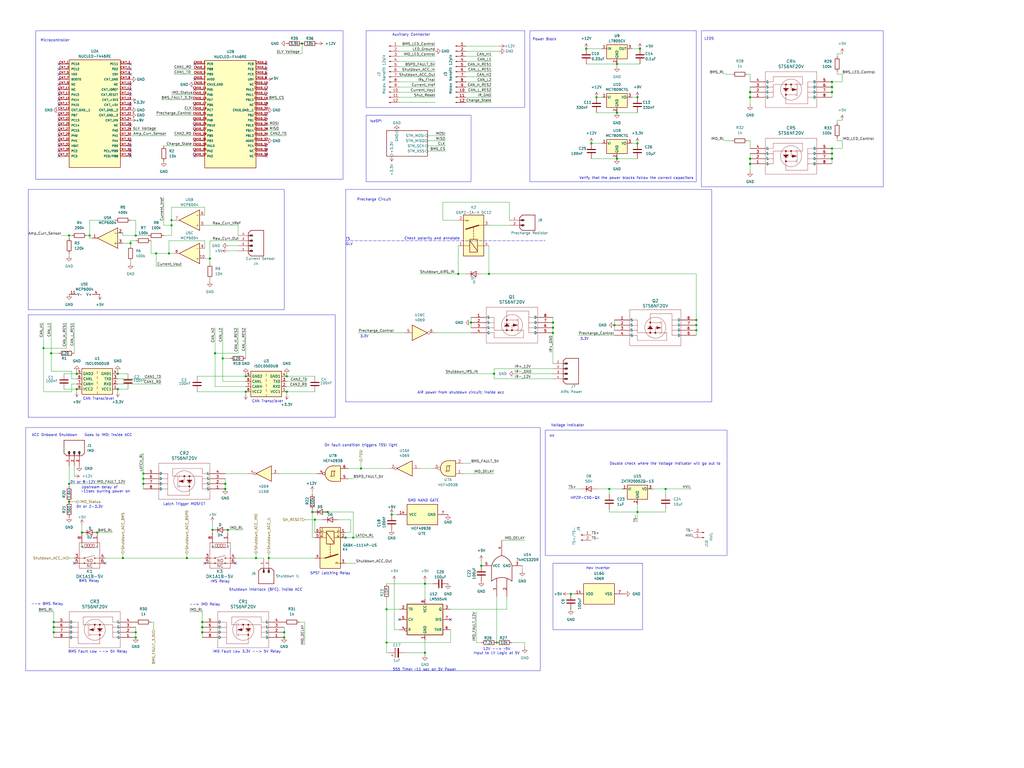
<source format=kicad_sch>
(kicad_sch (version 20231120) (generator "eeschema") (generator_version "8.0")
  (paper "User" 508 381)
  (lib_symbols
    (symbol "+12V_1" (power) (pin_numbers hide) (pin_names (offset 0) hide)
      (property "Value" "+12V" (at 0 3.556 0))
      (symbol "+12V_1_1_1"
        (pin power_in line (at 0 0 90) (length 0) (name "~") (number "1"))
      )
    )
    (symbol "+3.3V_1" (power) (pin_numbers hide) (pin_names (offset 0) hide)
      (property "Value" "+3.3V" (at 0 3.556 0))
      (symbol "+3.3V_1_1_1"
        (pin power_in line (at 0 0 90) (length 0) (name "~") (number "1"))
      )
    )
    (symbol "+5V_1" (power) (pin_numbers hide) (pin_names (offset 0) hide)
      (property "Value" "+5V" (at 0 3.556 0))
      (symbol "+5V_1_1_1"
        (pin power_in line (at 0 0 90) (length 0) (name "~") (number "1"))
      )
    )
    (symbol "+5V_2" (power) (pin_numbers hide) (pin_names (offset 0) hide)
      (property "Value" "+5V" (at 0 3.556 0))
      (symbol "+5V_2_1_1"
        (pin power_in line (at 0 0 90) (length 0) (name "~") (number "1"))
      )
    )
    (symbol "+5V_3" (power) (pin_numbers hide) (pin_names (offset 0) hide)
      (property "Value" "+5V" (at 0 3.556 0))
      (symbol "+5V_3_1_1"
        (pin power_in line (at 0 0 90) (length 0) (name "~") (number "1"))
      )
    )
    (symbol "+5V_4" (power) (pin_numbers hide) (pin_names (offset 0) hide)
      (property "Value" "+5V" (at 0 3.556 0))
      (symbol "+5V_4_1_1"
        (pin power_in line (at 0 0 90) (length 0) (name "~") (number "1"))
      )
    )
    (symbol "1FS_2_Global_Symbol_Library:1053091202" (pin_names (offset 1.016))
      (property "Reference" "J" (at 0 3.81 0))
      (property "Value" "1053091202" (at 0 -7.62 0))
      (symbol "1053091202_0_0"
        (pin passive line (at -5.08 0 0) (length 5.08) (name "1") (number "1"))
        (pin passive line (at -5.08 -2.54 0) (length 5.08) (name "2") (number "2"))
      )
    )
    (symbol "1FS_2_Global_Symbol_Library:1053091203" (pin_names (offset 1.016))
      (property "Reference" "J" (at 0 6.35 0))
      (property "Value" "1053091203" (at 0 -7.62 0))
      (symbol "1053091203_0_0"
        (pin passive line (at -5.08 2.54 0) (length 5.08) (name "1") (number "1"))
        (pin passive line (at -5.08 0 0) (length 5.08) (name "2") (number "2"))
        (pin passive line (at -5.08 -2.54 0) (length 5.08) (name "3") (number "3"))
      )
    )
    (symbol "1FS_2_Global_Symbol_Library:1053091204" (pin_names (offset 1.016))
      (property "Reference" "J" (at 0 6.35 0))
      (property "Value" "1053091204" (at 0 -10.16 0))
      (symbol "1053091204_0_0"
        (pin passive line (at -5.08 2.54 0) (length 5.08) (name "1") (number "1"))
        (pin passive line (at -5.08 0 0) (length 5.08) (name "2") (number "2"))
        (pin passive line (at -5.08 -2.54 0) (length 5.08) (name "3") (number "3"))
        (pin passive line (at -5.08 -5.08 0) (length 5.08) (name "4") (number "4"))
      )
    )
    (symbol "1FS_2_Global_Symbol_Library:G6BK-1114P-US"
      (property "Reference" "K" (at -2.54 15.24 0))
      (property "Value" "G6BK-1114P-US" (at 0 -7.62 0))
      (symbol "G6BK-1114P-US_1_1"
        (text "R+" (at -4.064 10.16 900) (effects (font (size 1.016 1.016))))
        (text "R-" (at 4.064 10.16 900) (effects (font (size 1.016 1.016))))
        (text "S+" (at -4.064 12.7 900) (effects (font (size 1.016 1.016))))
        (text "S-" (at 4.064 12.7 900) (effects (font (size 1.016 1.016))))
        (pin passive line (at 7.62 11.43 180) (length 2.54) (name "~") (number "1"))
        (pin passive line (at 7.62 8.89 180) (length 2.54) (name "~") (number "2"))
        (pin passive line (at 7.62 -3.81 180) (length 2.54) (name "~") (number "3"))
        (pin passive line (at -7.62 -1.27 0) (length 2.54) (name "~") (number "4"))
        (pin passive line (at -7.62 8.89 0) (length 2.54) (name "~") (number "5"))
        (pin passive line (at -7.62 11.43 0) (length 2.54) (name "~") (number "6"))
      )
    )
    (symbol "1_ACC_BOARD:STS6NF20V" (pin_names (offset 0.254))
      (property "Reference" "CR" (at 20.32 10.16 0))
      (property "Value" "STS6NF20V" (at 20.32 7.62 0))
      (symbol "STS6NF20V_0_1"
        (pin unspecified line (at 0 0 0) (length 7.62) (name "S") (number "1"))
        (pin unspecified line (at 0 -2.54 0) (length 7.62) (name "S") (number "2"))
        (pin unspecified line (at 0 -5.08 0) (length 7.62) (name "S") (number "3"))
        (pin unspecified line (at 0 -7.62 0) (length 7.62) (name "G") (number "4"))
        (pin unspecified line (at 40.64 -7.62 180) (length 7.62) (name "D") (number "5"))
        (pin unspecified line (at 40.64 -5.08 180) (length 7.62) (name "D") (number "6"))
        (pin unspecified line (at 40.64 -2.54 180) (length 7.62) (name "D") (number "7"))
        (pin unspecified line (at 40.64 0 180) (length 7.62) (name "D") (number "8"))
      )
    )
    (symbol "2FS-1_Symbol Library:DK1A1B-12V" (pin_names (offset 1.016))
      (property "Reference" "U" (at -2.54 0 0))
      (property "Value" "DK1A1B-12V" (at 6.35 0 90))
      (symbol "DK1A1B-12V_0_0"
        (text "NC" (at 3.81 0 900) (effects (font (size 1.524 1.524))))
        (text "NO" (at 1.27 0 900) (effects (font (size 1.524 1.524))))
      )
      (symbol "DK1A1B-12V_1_1"
        (pin power_in line (at -12.7 -3.81 0) (length 5.08) (name "-") (number "1"))
        (pin passive line (at 0 7.62 270) (length 2.54) (name "~") (number "3"))
        (pin passive line (at 0 -7.62 90) (length 2.54) (name "~") (number "4"))
        (pin passive line (at 2.54 7.62 270) (length 2.54) (name "~") (number "5"))
        (pin passive line (at 2.54 -7.62 90) (length 2.54) (name "~") (number "6"))
        (pin power_in line (at -12.7 3.81 0) (length 5.08) (name "+") (number "8"))
      )
    )
    (symbol "4xxx:4069" (pin_names (offset 1.016))
      (property "Reference" "U" (at 0 1.27 0))
      (property "Value" "4069" (at 0 -1.27 0))
      (symbol "4069_1_0"
        (pin input line (at -7.62 0 0) (length 3.81) (name "~") (number "1"))
        (pin output inverted (at 7.62 0 180) (length 3.81) (name "~") (number "2"))
      )
      (symbol "4069_2_0"
        (pin input line (at -7.62 0 0) (length 3.81) (name "~") (number "3"))
        (pin output inverted (at 7.62 0 180) (length 3.81) (name "~") (number "4"))
      )
      (symbol "4069_3_0"
        (pin input line (at -7.62 0 0) (length 3.81) (name "~") (number "5"))
        (pin output inverted (at 7.62 0 180) (length 3.81) (name "~") (number "6"))
      )
      (symbol "4069_4_0"
        (pin output inverted (at 7.62 0 180) (length 3.81) (name "~") (number "8"))
        (pin input line (at -7.62 0 0) (length 3.81) (name "~") (number "9"))
      )
      (symbol "4069_5_0"
        (pin output inverted (at 7.62 0 180) (length 3.81) (name "~") (number "10"))
        (pin input line (at -7.62 0 0) (length 3.81) (name "~") (number "11"))
      )
      (symbol "4069_6_0"
        (pin output inverted (at 7.62 0 180) (length 3.81) (name "~") (number "12"))
        (pin input line (at -7.62 0 0) (length 3.81) (name "~") (number "13"))
      )
      (symbol "4069_7_0"
        (pin power_in line (at 0 12.7 270) (length 5.08) (name "VDD") (number "14"))
        (pin power_in line (at 0 -12.7 90) (length 5.08) (name "VSS") (number "7"))
      )
    )
    (symbol "4xxx:HEF4093B" (pin_names (offset 1.016))
      (property "Reference" "U" (at 0 1.27 0))
      (property "Value" "HEF4093B" (at 0 -1.27 0))
      (symbol "HEF4093B_1_1"
        (pin input line (at -7.62 2.54 0) (length 3.81) (name "~") (number "1"))
        (pin input line (at -7.62 -2.54 0) (length 3.81) (name "~") (number "2"))
        (pin output inverted (at 7.62 0 180) (length 3.81) (name "~") (number "3"))
      )
      (symbol "HEF4093B_1_2"
        (pin input inverted (at -7.62 2.54 0) (length 4.318) (name "~") (number "1"))
        (pin input inverted (at -7.62 -2.54 0) (length 4.318) (name "~") (number "2"))
        (pin output line (at 7.62 0 180) (length 3.81) (name "~") (number "3"))
      )
      (symbol "HEF4093B_2_1"
        (pin output inverted (at 7.62 0 180) (length 3.81) (name "~") (number "4"))
        (pin input line (at -7.62 2.54 0) (length 3.81) (name "~") (number "5"))
        (pin input line (at -7.62 -2.54 0) (length 3.81) (name "~") (number "6"))
      )
      (symbol "HEF4093B_2_2"
        (pin output line (at 7.62 0 180) (length 3.81) (name "~") (number "4"))
        (pin input inverted (at -7.62 2.54 0) (length 4.318) (name "~") (number "5"))
        (pin input inverted (at -7.62 -2.54 0) (length 4.318) (name "~") (number "6"))
      )
      (symbol "HEF4093B_3_1"
        (pin output inverted (at 7.62 0 180) (length 3.81) (name "~") (number "10"))
        (pin input line (at -7.62 2.54 0) (length 3.81) (name "~") (number "8"))
        (pin input line (at -7.62 -2.54 0) (length 3.81) (name "~") (number "9"))
      )
      (symbol "HEF4093B_3_2"
        (pin output line (at 7.62 0 180) (length 3.81) (name "~") (number "10"))
        (pin input inverted (at -7.62 2.54 0) (length 4.318) (name "~") (number "8"))
        (pin input inverted (at -7.62 -2.54 0) (length 4.318) (name "~") (number "9"))
      )
      (symbol "HEF4093B_4_1"
        (pin output inverted (at 7.62 0 180) (length 3.81) (name "~") (number "11"))
        (pin input line (at -7.62 2.54 0) (length 3.81) (name "~") (number "12"))
        (pin input line (at -7.62 -2.54 0) (length 3.81) (name "~") (number "13"))
      )
      (symbol "HEF4093B_4_2"
        (pin output line (at 7.62 0 180) (length 3.81) (name "~") (number "11"))
        (pin input inverted (at -7.62 2.54 0) (length 4.318) (name "~") (number "12"))
        (pin input inverted (at -7.62 -2.54 0) (length 4.318) (name "~") (number "13"))
      )
      (symbol "HEF4093B_5_0"
        (pin power_in line (at 0 12.7 270) (length 5.08) (name "VCC") (number "14"))
        (pin power_in line (at 0 -12.7 90) (length 5.08) (name "GND") (number "7"))
      )
    )
    (symbol "74xGxx:74AHC1G32"
      (property "Reference" "U" (at -2.54 3.81 0))
      (property "Value" "74AHC1G32" (at 0 -3.81 0))
      (symbol "74AHC1G32_1_1"
        (pin input line (at -15.24 2.54 0) (length 7.62) (name "~") (number "1"))
        (pin input line (at -15.24 -2.54 0) (length 7.62) (name "~") (number "2"))
        (pin power_in line (at 0 -10.16 90) (length 5.08) (name "GND") (number "3"))
        (pin output line (at 12.7 0 180) (length 7.62) (name "~") (number "4"))
        (pin power_in line (at 0 10.16 270) (length 5.08) (name "VCC") (number "5"))
      )
    )
    (symbol "Amplifier_Operational:MCP6004" (pin_names (offset 0.127))
      (property "Reference" "U" (at 0 5.08 0))
      (property "Value" "MCP6004" (at 0 -5.08 0))
      (symbol "MCP6004_1_1"
        (pin output line (at 7.62 0 180) (length 2.54) (name "~") (number "1"))
        (pin input line (at -7.62 -2.54 0) (length 2.54) (name "-") (number "2"))
        (pin input line (at -7.62 2.54 0) (length 2.54) (name "+") (number "3"))
      )
      (symbol "MCP6004_2_1"
        (pin input line (at -7.62 2.54 0) (length 2.54) (name "+") (number "5"))
        (pin input line (at -7.62 -2.54 0) (length 2.54) (name "-") (number "6"))
        (pin output line (at 7.62 0 180) (length 2.54) (name "~") (number "7"))
      )
      (symbol "MCP6004_3_1"
        (pin input line (at -7.62 2.54 0) (length 2.54) (name "+") (number "10"))
        (pin output line (at 7.62 0 180) (length 2.54) (name "~") (number "8"))
        (pin input line (at -7.62 -2.54 0) (length 2.54) (name "-") (number "9"))
      )
      (symbol "MCP6004_4_1"
        (pin input line (at -7.62 2.54 0) (length 2.54) (name "+") (number "12"))
        (pin input line (at -7.62 -2.54 0) (length 2.54) (name "-") (number "13"))
        (pin output line (at 7.62 0 180) (length 2.54) (name "~") (number "14"))
      )
      (symbol "MCP6004_5_1"
        (pin power_in line (at -2.54 -7.62 90) (length 3.81) (name "V-") (number "11"))
        (pin power_in line (at -2.54 7.62 270) (length 3.81) (name "V+") (number "4"))
      )
    )
    (symbol "Connector:Conn_01x02_Pin" (pin_names (offset 1.016) hide)
      (property "Reference" "J" (at 0 2.54 0))
      (property "Value" "Conn_01x02_Pin" (at 0 -5.08 0))
      (symbol "Conn_01x02_Pin_1_1"
        (pin passive line (at 5.08 0 180) (length 3.81) (name "Pin_1") (number "1"))
        (pin passive line (at 5.08 -2.54 180) (length 3.81) (name "Pin_2") (number "2"))
      )
    )
    (symbol "Connector:Conn_01x12_Pin" (pin_names (offset 1.016) hide)
      (property "Reference" "J" (at 0 15.24 0))
      (property "Value" "Conn_01x12_Pin" (at 0 -17.78 0))
      (symbol "Conn_01x12_Pin_1_1"
        (pin passive line (at 5.08 12.7 180) (length 3.81) (name "Pin_1") (number "1"))
        (pin passive line (at 5.08 -10.16 180) (length 3.81) (name "Pin_10") (number "10"))
        (pin passive line (at 5.08 -12.7 180) (length 3.81) (name "Pin_11") (number "11"))
        (pin passive line (at 5.08 -15.24 180) (length 3.81) (name "Pin_12") (number "12"))
        (pin passive line (at 5.08 10.16 180) (length 3.81) (name "Pin_2") (number "2"))
        (pin passive line (at 5.08 7.62 180) (length 3.81) (name "Pin_3") (number "3"))
        (pin passive line (at 5.08 5.08 180) (length 3.81) (name "Pin_4") (number "4"))
        (pin passive line (at 5.08 2.54 180) (length 3.81) (name "Pin_5") (number "5"))
        (pin passive line (at 5.08 0 180) (length 3.81) (name "Pin_6") (number "6"))
        (pin passive line (at 5.08 -2.54 180) (length 3.81) (name "Pin_7") (number "7"))
        (pin passive line (at 5.08 -5.08 180) (length 3.81) (name "Pin_8") (number "8"))
        (pin passive line (at 5.08 -7.62 180) (length 3.81) (name "Pin_9") (number "9"))
      )
    )
    (symbol "Device:C" (pin_numbers hide) (pin_names (offset 0.254))
      (property "Reference" "C" (at 0.635 2.54 0))
      (property "Value" "C" (at 0.635 -2.54 0))
      (symbol "C_1_1"
        (pin passive line (at 0 3.81 270) (length 2.794) (name "~") (number "1"))
        (pin passive line (at 0 -3.81 90) (length 2.794) (name "~") (number "2"))
      )
    )
    (symbol "Device:C_Polarized" (pin_numbers hide) (pin_names (offset 0.254))
      (property "Reference" "C" (at 0.635 2.54 0))
      (property "Value" "C_Polarized" (at 0.635 -2.54 0))
      (symbol "C_Polarized_1_1"
        (pin passive line (at 0 3.81 270) (length 2.794) (name "~") (number "1"))
        (pin passive line (at 0 -3.81 90) (length 2.794) (name "~") (number "2"))
      )
    )
    (symbol "Device:D" (pin_numbers hide) (pin_names (offset 1.016) hide)
      (property "Reference" "D" (at 0 2.54 0))
      (property "Value" "D" (at 0 -2.54 0))
      (symbol "D_1_1"
        (pin passive line (at -3.81 0 0) (length 2.54) (name "K") (number "1"))
        (pin passive line (at 3.81 0 180) (length 2.54) (name "A") (number "2"))
      )
    )
    (symbol "Device:D_Zener" (pin_numbers hide) (pin_names (offset 1.016) hide)
      (property "Reference" "D" (at 0 2.54 0))
      (property "Value" "D_Zener" (at 0 -2.54 0))
      (symbol "D_Zener_1_1"
        (pin passive line (at -3.81 0 0) (length 2.54) (name "K") (number "1"))
        (pin passive line (at 3.81 0 180) (length 2.54) (name "A") (number "2"))
      )
    )
    (symbol "Device:R" (pin_numbers hide) (pin_names (offset 0))
      (property "Reference" "R" (at 2.032 0 90))
      (property "Value" "R" (at 0 0 90))
      (symbol "R_1_1"
        (pin passive line (at 0 3.81 270) (length 1.27) (name "~") (number "1"))
        (pin passive line (at 0 -3.81 90) (length 1.27) (name "~") (number "2"))
      )
    )
    (symbol "FS_2_Global_Symbol_Library:STS6NF20V" (pin_names (offset 0.254))
      (property "Reference" "CR" (at 20.32 10.16 0))
      (property "Value" "STS6NF20V" (at 20.32 7.62 0))
      (symbol "STS6NF20V_0_1"
        (pin unspecified line (at 0 0 0) (length 7.62) (name "S") (number "1"))
        (pin unspecified line (at 0 -2.54 0) (length 7.62) (name "S") (number "2"))
        (pin unspecified line (at 0 -5.08 0) (length 7.62) (name "S") (number "3"))
        (pin unspecified line (at 0 -7.62 0) (length 7.62) (name "G") (number "4"))
        (pin unspecified line (at 40.64 -7.62 180) (length 7.62) (name "D") (number "5"))
        (pin unspecified line (at 40.64 -5.08 180) (length 7.62) (name "D") (number "6"))
        (pin unspecified line (at 40.64 -2.54 180) (length 7.62) (name "D") (number "7"))
        (pin unspecified line (at 40.64 0 180) (length 7.62) (name "D") (number "8"))
      )
    )
    (symbol "GND_1" (power) (pin_numbers hide) (pin_names (offset 0) hide)
      (property "Value" "GND" (at 0 -3.81 0))
      (symbol "GND_1_1_1"
        (pin power_in line (at 0 0 270) (length 0) (name "~") (number "1"))
      )
    )
    (symbol "GND_2" (power) (pin_numbers hide) (pin_names (offset 0) hide)
      (property "Value" "GND" (at 0 -3.81 0))
      (symbol "GND_2_1_1"
        (pin power_in line (at 0 0 270) (length 0) (name "~") (number "1"))
      )
    )
    (symbol "GND_4" (power) (pin_numbers hide) (pin_names (offset 0) hide)
      (property "Value" "GND" (at 0 -3.81 0))
      (symbol "GND_4_1_1"
        (pin power_in line (at 0 0 270) (length 0) (name "~") (number "1"))
      )
    )
    (symbol "GND_5" (power) (pin_numbers hide) (pin_names (offset 0) hide)
      (property "Value" "GND" (at 0 -3.81 0))
      (symbol "GND_5_1_1"
        (pin power_in line (at 0 0 270) (length 0) (name "~") (number "1"))
      )
    )
    (symbol "GND_6" (power) (pin_numbers hide) (pin_names (offset 0) hide)
      (property "Value" "GND" (at 0 -3.81 0))
      (symbol "GND_6_1_1"
        (pin power_in line (at 0 0 270) (length 0) (name "~") (number "1"))
      )
    )
    (symbol "GND_7" (power) (pin_numbers hide) (pin_names (offset 0) hide)
      (property "Value" "GND" (at 0 -3.81 0))
      (symbol "GND_7_1_1"
        (pin power_in line (at 0 0 270) (length 0) (name "~") (number "1"))
      )
    )
    (symbol "GND_8" (power) (pin_numbers hide) (pin_names (offset 0) hide)
      (property "Value" "GND" (at 0 -3.81 0))
      (symbol "GND_8_1_1"
        (pin power_in line (at 0 0 270) (length 0) (name "~") (number "1"))
      )
    )
    (symbol "Interface_CAN_LIN:ISO1050DUB"
      (property "Reference" "U" (at -6.35 6.35 0))
      (property "Value" "ISO1050DUB" (at 2.54 6.35 0))
      (symbol "ISO1050DUB_1_1"
        (pin power_in line (at -10.16 2.54 0) (length 2.54) (name "VCC1") (number "1"))
        (pin output line (at -10.16 0 0) (length 2.54) (name "RXD") (number "2"))
        (pin input line (at -10.16 -2.54 0) (length 2.54) (name "TXD") (number "3"))
        (pin power_in line (at -10.16 -5.08 0) (length 2.54) (name "GND1") (number "4"))
        (pin power_in line (at 10.16 -5.08 180) (length 2.54) (name "GND2") (number "5"))
        (pin bidirectional line (at 10.16 -2.54 180) (length 2.54) (name "CANL") (number "6"))
        (pin bidirectional line (at 10.16 0 180) (length 2.54) (name "CANH") (number "7"))
        (pin power_in line (at 10.16 2.54 180) (length 2.54) (name "VCC2") (number "8"))
      )
    )
    (symbol "NUCLEO-F446RE_1" (pin_names (offset 1.016))
      (property "Reference" "U" (at -12.446 26.67 0))
      (property "Value" "NUCLEO-F446RE" (at -8.382 -24.384 0))
      (symbol "NUCLEO-F446RE_1_1_0"
        (pin bidirectional line (at -17.78 24.13 0) (length 5.08) (name "PC10") (number "CN7_1"))
        (pin free line (at 17.78 13.97 180) (length 5.08) (name "NC") (number "CN7_10"))
        (pin free line (at -17.78 11.43 0) (length 5.08) (name "NC") (number "CN7_11"))
        (pin bidirectional line (at 17.78 11.43 180) (length 5.08) (name "CN7_IOREF") (number "CN7_12"))
        (pin bidirectional line (at -17.78 8.89 0) (length 5.08) (name "PA13") (number "CN7_13"))
        (pin bidirectional line (at 17.78 8.89 180) (length 5.08) (name "CN7_RESET") (number "CN7_14"))
        (pin bidirectional line (at -17.78 6.35 0) (length 5.08) (name "PA14") (number "CN7_15"))
        (pin power_out line (at 17.78 6.35 180) (length 5.08) (name "CN7_+3V3") (number "CN7_16"))
        (pin bidirectional line (at -17.78 3.81 0) (length 5.08) (name "PA15") (number "CN7_17"))
        (pin power_in line (at 17.78 3.81 180) (length 5.08) (name "CN7_+5V") (number "CN7_18"))
        (pin power_in line (at -17.78 1.27 0) (length 5.08) (name "CN7_GND__1") (number "CN7_19"))
        (pin bidirectional line (at 17.78 24.13 180) (length 5.08) (name "PC11") (number "CN7_2"))
        (pin power_in line (at 17.78 1.27 180) (length 5.08) (name "CN7_GND__2") (number "CN7_20"))
        (pin bidirectional line (at -17.78 -1.27 0) (length 5.08) (name "PB7") (number "CN7_21"))
        (pin power_in line (at 17.78 -1.27 180) (length 5.08) (name "CN7_GND__3") (number "CN7_22"))
        (pin bidirectional line (at -17.78 -3.81 0) (length 5.08) (name "PC13") (number "CN7_23"))
        (pin power_in line (at 17.78 -3.81 180) (length 5.08) (name "CN7_VIN") (number "CN7_24"))
        (pin bidirectional line (at -17.78 -6.35 0) (length 5.08) (name "PC14") (number "CN7_25"))
        (pin free line (at 17.78 -6.35 180) (length 5.08) (name "NC") (number "CN7_26"))
        (pin bidirectional line (at -17.78 -8.89 0) (length 5.08) (name "PC15") (number "CN7_27"))
        (pin bidirectional line (at 17.78 -8.89 180) (length 5.08) (name "PA0") (number "CN7_28"))
        (pin bidirectional line (at -17.78 -11.43 0) (length 5.08) (name "PH0") (number "CN7_29"))
        (pin bidirectional line (at -17.78 21.59 0) (length 5.08) (name "PC12") (number "CN7_3"))
        (pin bidirectional line (at 17.78 -11.43 180) (length 5.08) (name "PA1") (number "CN7_30"))
        (pin bidirectional line (at -17.78 -13.97 0) (length 5.08) (name "PH1") (number "CN7_31"))
        (pin bidirectional line (at 17.78 -13.97 180) (length 5.08) (name "PA4") (number "CN7_32"))
        (pin power_in line (at -17.78 -16.51 0) (length 5.08) (name "VBAT") (number "CN7_33"))
        (pin bidirectional line (at 17.78 -16.51 180) (length 5.08) (name "PB0") (number "CN7_34"))
        (pin bidirectional line (at -17.78 -19.05 0) (length 5.08) (name "PC2") (number "CN7_35"))
        (pin bidirectional line (at 17.78 -19.05 180) (length 5.08) (name "PC1/PB9") (number "CN7_36"))
        (pin bidirectional line (at -17.78 -21.59 0) (length 5.08) (name "PC3") (number "CN7_37"))
        (pin bidirectional line (at 17.78 -21.59 180) (length 5.08) (name "PC0/PB8") (number "CN7_38"))
        (pin bidirectional line (at 17.78 21.59 180) (length 5.08) (name "PD2") (number "CN7_4"))
        (pin power_in line (at -17.78 19.05 0) (length 5.08) (name "VDD") (number "CN7_5"))
        (pin power_in line (at 17.78 19.05 180) (length 5.08) (name "E5V") (number "CN7_6"))
        (pin bidirectional line (at -17.78 16.51 0) (length 5.08) (name "BOOT0") (number "CN7_7"))
        (pin power_in line (at 17.78 16.51 180) (length 5.08) (name "CN7_GND") (number "CN7_8"))
        (pin free line (at -17.78 13.97 0) (length 5.08) (name "NC") (number "CN7_9"))
      )
      (symbol "NUCLEO-F446RE_1_2_0"
        (pin bidirectional line (at -17.78 24.13 0) (length 5.08) (name "PC9") (number "CN10_1"))
        (pin free line (at 17.78 13.97 180) (length 5.08) (name "NC") (number "CN10_10"))
        (pin bidirectional line (at -17.78 11.43 0) (length 5.08) (name "PA5") (number "CN10_11"))
        (pin bidirectional line (at 17.78 11.43 180) (length 5.08) (name "PA12") (number "CN10_12"))
        (pin bidirectional line (at -17.78 8.89 0) (length 5.08) (name "PA6") (number "CN10_13"))
        (pin bidirectional line (at 17.78 8.89 180) (length 5.08) (name "PA11") (number "CN10_14"))
        (pin bidirectional line (at -17.78 6.35 0) (length 5.08) (name "PA7") (number "CN10_15"))
        (pin bidirectional line (at 17.78 6.35 180) (length 5.08) (name "PB12") (number "CN10_16"))
        (pin bidirectional line (at -17.78 3.81 0) (length 5.08) (name "PB6") (number "CN10_17"))
        (pin free line (at 17.78 3.81 180) (length 5.08) (name "NC") (number "CN10_18"))
        (pin bidirectional line (at -17.78 1.27 0) (length 5.08) (name "PC7") (number "CN10_19"))
        (pin bidirectional line (at 17.78 24.13 180) (length 5.08) (name "PC8") (number "CN10_2"))
        (pin power_in line (at 17.78 1.27 180) (length 5.08) (name "CN10_GND__1") (number "CN10_20"))
        (pin bidirectional line (at -17.78 -1.27 0) (length 5.08) (name "PA9") (number "CN10_21"))
        (pin bidirectional line (at 17.78 -1.27 180) (length 5.08) (name "PB2") (number "CN10_22"))
        (pin bidirectional line (at -17.78 -3.81 0) (length 5.08) (name "PA8") (number "CN10_23"))
        (pin bidirectional line (at 17.78 -3.81 180) (length 5.08) (name "PB1") (number "CN10_24"))
        (pin bidirectional line (at -17.78 -6.35 0) (length 5.08) (name "PB10") (number "CN10_25"))
        (pin bidirectional line (at 17.78 -6.35 180) (length 5.08) (name "PB15") (number "CN10_26"))
        (pin bidirectional line (at -17.78 -8.89 0) (length 5.08) (name "PB4") (number "CN10_27"))
        (pin bidirectional line (at 17.78 -8.89 180) (length 5.08) (name "PB14") (number "CN10_28"))
        (pin bidirectional line (at -17.78 -11.43 0) (length 5.08) (name "PB5") (number "CN10_29"))
        (pin bidirectional line (at -17.78 21.59 0) (length 5.08) (name "PB8") (number "CN10_3"))
        (pin bidirectional line (at 17.78 -11.43 180) (length 5.08) (name "PB13") (number "CN10_30"))
        (pin bidirectional line (at -17.78 -13.97 0) (length 5.08) (name "PB3") (number "CN10_31"))
        (pin power_in line (at 17.78 -13.97 180) (length 5.08) (name "AGND") (number "CN10_32"))
        (pin bidirectional line (at -17.78 -16.51 0) (length 5.08) (name "PA10") (number "CN10_33"))
        (pin bidirectional line (at 17.78 -16.51 180) (length 5.08) (name "PC4") (number "CN10_34"))
        (pin bidirectional line (at -17.78 -19.05 0) (length 5.08) (name "PA2") (number "CN10_35"))
        (pin free line (at 17.78 -19.05 180) (length 5.08) (name "NC") (number "CN10_36"))
        (pin bidirectional line (at -17.78 -21.59 0) (length 5.08) (name "PA3") (number "CN10_37"))
        (pin free line (at 17.78 -21.59 180) (length 5.08) (name "NC") (number "CN10_38"))
        (pin bidirectional line (at 17.78 21.59 180) (length 5.08) (name "PC6") (number "CN10_4"))
        (pin bidirectional line (at -17.78 19.05 0) (length 5.08) (name "PB9") (number "CN10_5"))
        (pin bidirectional line (at 17.78 19.05 180) (length 5.08) (name "PC5") (number "CN10_6"))
        (pin power_in line (at -17.78 16.51 0) (length 5.08) (name "AVDD") (number "CN10_7"))
        (pin power_in line (at 17.78 16.51 180) (length 5.08) (name "U5V") (number "CN10_8"))
        (pin power_in line (at -17.78 13.97 0) (length 5.08) (name "CN10_GND") (number "CN10_9"))
      )
    )
    (symbol "NUCLEO-F446RE_2" (pin_names (offset 1.016))
      (property "Reference" "U" (at -12.446 26.67 0))
      (property "Value" "NUCLEO-F446RE" (at -8.382 -24.384 0))
      (symbol "NUCLEO-F446RE_2_1_0"
        (pin bidirectional line (at -17.78 24.13 0) (length 5.08) (name "PC10") (number "CN7_1"))
        (pin free line (at 17.78 13.97 180) (length 5.08) (name "NC") (number "CN7_10"))
        (pin free line (at -17.78 11.43 0) (length 5.08) (name "NC") (number "CN7_11"))
        (pin bidirectional line (at 17.78 11.43 180) (length 5.08) (name "CN7_IOREF") (number "CN7_12"))
        (pin bidirectional line (at -17.78 8.89 0) (length 5.08) (name "PA13") (number "CN7_13"))
        (pin bidirectional line (at 17.78 8.89 180) (length 5.08) (name "CN7_RESET") (number "CN7_14"))
        (pin bidirectional line (at -17.78 6.35 0) (length 5.08) (name "PA14") (number "CN7_15"))
        (pin power_out line (at 17.78 6.35 180) (length 5.08) (name "CN7_+3V3") (number "CN7_16"))
        (pin bidirectional line (at -17.78 3.81 0) (length 5.08) (name "PA15") (number "CN7_17"))
        (pin power_in line (at 17.78 3.81 180) (length 5.08) (name "CN7_+5V") (number "CN7_18"))
        (pin power_in line (at -17.78 1.27 0) (length 5.08) (name "CN7_GND__1") (number "CN7_19"))
        (pin bidirectional line (at 17.78 24.13 180) (length 5.08) (name "PC11") (number "CN7_2"))
        (pin power_in line (at 17.78 1.27 180) (length 5.08) (name "CN7_GND__2") (number "CN7_20"))
        (pin bidirectional line (at -17.78 -1.27 0) (length 5.08) (name "PB7") (number "CN7_21"))
        (pin power_in line (at 17.78 -1.27 180) (length 5.08) (name "CN7_GND__3") (number "CN7_22"))
        (pin bidirectional line (at -17.78 -3.81 0) (length 5.08) (name "PC13") (number "CN7_23"))
        (pin power_in line (at 17.78 -3.81 180) (length 5.08) (name "CN7_VIN") (number "CN7_24"))
        (pin bidirectional line (at -17.78 -6.35 0) (length 5.08) (name "PC14") (number "CN7_25"))
        (pin free line (at 17.78 -6.35 180) (length 5.08) (name "NC") (number "CN7_26"))
        (pin bidirectional line (at -17.78 -8.89 0) (length 5.08) (name "PC15") (number "CN7_27"))
        (pin bidirectional line (at 17.78 -8.89 180) (length 5.08) (name "PA0") (number "CN7_28"))
        (pin bidirectional line (at -17.78 -11.43 0) (length 5.08) (name "PH0") (number "CN7_29"))
        (pin bidirectional line (at -17.78 21.59 0) (length 5.08) (name "PC12") (number "CN7_3"))
        (pin bidirectional line (at 17.78 -11.43 180) (length 5.08) (name "PA1") (number "CN7_30"))
        (pin bidirectional line (at -17.78 -13.97 0) (length 5.08) (name "PH1") (number "CN7_31"))
        (pin bidirectional line (at 17.78 -13.97 180) (length 5.08) (name "PA4") (number "CN7_32"))
        (pin power_in line (at -17.78 -16.51 0) (length 5.08) (name "VBAT") (number "CN7_33"))
        (pin bidirectional line (at 17.78 -16.51 180) (length 5.08) (name "PB0") (number "CN7_34"))
        (pin bidirectional line (at -17.78 -19.05 0) (length 5.08) (name "PC2") (number "CN7_35"))
        (pin bidirectional line (at 17.78 -19.05 180) (length 5.08) (name "PC1/PB9") (number "CN7_36"))
        (pin bidirectional line (at -17.78 -21.59 0) (length 5.08) (name "PC3") (number "CN7_37"))
        (pin bidirectional line (at 17.78 -21.59 180) (length 5.08) (name "PC0/PB8") (number "CN7_38"))
        (pin bidirectional line (at 17.78 21.59 180) (length 5.08) (name "PD2") (number "CN7_4"))
        (pin power_in line (at -17.78 19.05 0) (length 5.08) (name "VDD") (number "CN7_5"))
        (pin power_in line (at 17.78 19.05 180) (length 5.08) (name "E5V") (number "CN7_6"))
        (pin bidirectional line (at -17.78 16.51 0) (length 5.08) (name "BOOT0") (number "CN7_7"))
        (pin power_in line (at 17.78 16.51 180) (length 5.08) (name "CN7_GND") (number "CN7_8"))
        (pin free line (at -17.78 13.97 0) (length 5.08) (name "NC") (number "CN7_9"))
      )
      (symbol "NUCLEO-F446RE_2_2_0"
        (pin bidirectional line (at -17.78 24.13 0) (length 5.08) (name "PC9") (number "CN10_1"))
        (pin free line (at 17.78 13.97 180) (length 5.08) (name "NC") (number "CN10_10"))
        (pin bidirectional line (at -17.78 11.43 0) (length 5.08) (name "PA5") (number "CN10_11"))
        (pin bidirectional line (at 17.78 11.43 180) (length 5.08) (name "PA12") (number "CN10_12"))
        (pin bidirectional line (at -17.78 8.89 0) (length 5.08) (name "PA6") (number "CN10_13"))
        (pin bidirectional line (at 17.78 8.89 180) (length 5.08) (name "PA11") (number "CN10_14"))
        (pin bidirectional line (at -17.78 6.35 0) (length 5.08) (name "PA7") (number "CN10_15"))
        (pin bidirectional line (at 17.78 6.35 180) (length 5.08) (name "PB12") (number "CN10_16"))
        (pin bidirectional line (at -17.78 3.81 0) (length 5.08) (name "PB6") (number "CN10_17"))
        (pin free line (at 17.78 3.81 180) (length 5.08) (name "NC") (number "CN10_18"))
        (pin bidirectional line (at -17.78 1.27 0) (length 5.08) (name "PC7") (number "CN10_19"))
        (pin bidirectional line (at 17.78 24.13 180) (length 5.08) (name "PC8") (number "CN10_2"))
        (pin power_in line (at 17.78 1.27 180) (length 5.08) (name "CN10_GND__1") (number "CN10_20"))
        (pin bidirectional line (at -17.78 -1.27 0) (length 5.08) (name "PA9") (number "CN10_21"))
        (pin bidirectional line (at 17.78 -1.27 180) (length 5.08) (name "PB2") (number "CN10_22"))
        (pin bidirectional line (at -17.78 -3.81 0) (length 5.08) (name "PA8") (number "CN10_23"))
        (pin bidirectional line (at 17.78 -3.81 180) (length 5.08) (name "PB1") (number "CN10_24"))
        (pin bidirectional line (at -17.78 -6.35 0) (length 5.08) (name "PB10") (number "CN10_25"))
        (pin bidirectional line (at 17.78 -6.35 180) (length 5.08) (name "PB15") (number "CN10_26"))
        (pin bidirectional line (at -17.78 -8.89 0) (length 5.08) (name "PB4") (number "CN10_27"))
        (pin bidirectional line (at 17.78 -8.89 180) (length 5.08) (name "PB14") (number "CN10_28"))
        (pin bidirectional line (at -17.78 -11.43 0) (length 5.08) (name "PB5") (number "CN10_29"))
        (pin bidirectional line (at -17.78 21.59 0) (length 5.08) (name "PB8") (number "CN10_3"))
        (pin bidirectional line (at 17.78 -11.43 180) (length 5.08) (name "PB13") (number "CN10_30"))
        (pin bidirectional line (at -17.78 -13.97 0) (length 5.08) (name "PB3") (number "CN10_31"))
        (pin power_in line (at 17.78 -13.97 180) (length 5.08) (name "AGND") (number "CN10_32"))
        (pin bidirectional line (at -17.78 -16.51 0) (length 5.08) (name "PA10") (number "CN10_33"))
        (pin bidirectional line (at 17.78 -16.51 180) (length 5.08) (name "PC4") (number "CN10_34"))
        (pin bidirectional line (at -17.78 -19.05 0) (length 5.08) (name "PA2") (number "CN10_35"))
        (pin free line (at 17.78 -19.05 180) (length 5.08) (name "NC") (number "CN10_36"))
        (pin bidirectional line (at -17.78 -21.59 0) (length 5.08) (name "PA3") (number "CN10_37"))
        (pin free line (at 17.78 -21.59 180) (length 5.08) (name "NC") (number "CN10_38"))
        (pin bidirectional line (at 17.78 21.59 180) (length 5.08) (name "PC6") (number "CN10_4"))
        (pin bidirectional line (at -17.78 19.05 0) (length 5.08) (name "PB9") (number "CN10_5"))
        (pin bidirectional line (at 17.78 19.05 180) (length 5.08) (name "PC5") (number "CN10_6"))
        (pin power_in line (at -17.78 16.51 0) (length 5.08) (name "AVDD") (number "CN10_7"))
        (pin power_in line (at 17.78 16.51 180) (length 5.08) (name "U5V") (number "CN10_8"))
        (pin power_in line (at -17.78 13.97 0) (length 5.08) (name "CN10_GND") (number "CN10_9"))
      )
    )
    (symbol "R_2" (pin_numbers hide) (pin_names (offset 0))
      (property "Reference" "R" (at 2.032 0 90))
      (property "Value" "R" (at 0 0 90))
      (symbol "R_2_1_1"
        (pin passive line (at 0 3.81 270) (length 1.27) (name "~") (number "1"))
        (pin passive line (at 0 -3.81 90) (length 1.27) (name "~") (number "2"))
      )
    )
    (symbol "R_3" (pin_numbers hide) (pin_names (offset 0))
      (property "Reference" "R" (at 2.032 0 90))
      (property "Value" "R" (at 0 0 90))
      (symbol "R_3_1_1"
        (pin passive line (at 0 3.81 270) (length 1.27) (name "~") (number "1"))
        (pin passive line (at 0 -3.81 90) (length 1.27) (name "~") (number "2"))
      )
    )
    (symbol "R_6" (pin_numbers hide) (pin_names (offset 0))
      (property "Reference" "R" (at 2.032 0 90))
      (property "Value" "R" (at 0 0 90))
      (symbol "R_6_1_1"
        (pin passive line (at 0 3.81 270) (length 1.27) (name "~") (number "1"))
        (pin passive line (at 0 -3.81 90) (length 1.27) (name "~") (number "2"))
      )
    )
    (symbol "Regulator_Linear:LM7809_TO220" (pin_names (offset 0.254))
      (property "Reference" "U" (at -3.81 3.175 0))
      (property "Value" "LM7809_TO220" (at 0 3.175 0))
      (symbol "LM7809_TO220_1_1"
        (pin power_in line (at -7.62 0 0) (length 2.54) (name "VI") (number "1"))
        (pin power_in line (at 0 -7.62 90) (length 2.54) (name "GND") (number "2"))
        (pin power_out line (at 7.62 0 180) (length 2.54) (name "VO") (number "3"))
      )
    )
    (symbol "Regulator_Switching:R-78B5.0-2.0" (pin_names (offset 0.254))
      (property "Reference" "U" (at -3.81 3.175 0))
      (property "Value" "R-78B5.0-2.0" (at 0 3.175 0))
      (symbol "R-78B5.0-2.0_1_1"
        (pin power_in line (at -7.62 0 0) (length 2.54) (name "IN") (number "1"))
        (pin power_in line (at 0 -7.62 90) (length 2.54) (name "GND") (number "2"))
        (pin power_out line (at 7.62 0 180) (length 2.54) (name "OUT") (number "3"))
      )
    )
    (symbol "Relay:Relay_SPST-NO"
      (property "Reference" "K1" (at 13.97 0 90))
      (property "Value" "Relay_SPST-NO" (at 11.43 0 90))
      (symbol "Relay_SPST-NO_1_1"
        (pin passive line (at -5.08 7.62 270) (length 2.54) (name "~") (number "1"))
        (pin passive line (at 7.62 7.62 270) (length 2.54) (name "~") (number "2"))
        (pin passive line (at 5.08 -7.62 90) (length 2.54) (name "~") (number "3"))
        (pin passive line (at -5.08 -7.62 90) (length 2.54) (name "~") (number "4"))
      )
    )
    (symbol "Timer:LM555xN"
      (property "Reference" "U" (at -10.16 8.89 0))
      (property "Value" "LM555xN" (at 2.54 8.89 0))
      (symbol "LM555xN_0_0"
        (pin power_in line (at 0 -10.16 90) (length 2.54) (name "GND") (number "1"))
        (pin power_in line (at 0 10.16 270) (length 2.54) (name "VCC") (number "8"))
      )
      (symbol "LM555xN_1_1"
        (pin input line (at -12.7 5.08 0) (length 3.81) (name "TR") (number "2"))
        (pin output line (at 12.7 5.08 180) (length 3.81) (name "Q") (number "3"))
        (pin input inverted (at -12.7 -5.08 0) (length 3.81) (name "R") (number "4"))
        (pin input line (at -12.7 0 0) (length 3.81) (name "CV") (number "5"))
        (pin input line (at 12.7 -5.08 180) (length 3.81) (name "THR") (number "6"))
        (pin input line (at 12.7 0 180) (length 3.81) (name "DIS") (number "7"))
      )
    )
    (symbol "molex_1053091202:1053091202" (pin_names (offset 1.016))
      (property "Reference" "J" (at 0 3.81 0))
      (property "Value" "1053091202" (at 0 -7.62 0))
      (symbol "1053091202_0_0"
        (pin passive line (at -5.08 0 0) (length 5.08) (name "1") (number "1"))
        (pin passive line (at -5.08 -2.54 0) (length 5.08) (name "2") (number "2"))
      )
    )
    (symbol "power:+12V" (power) (pin_names (offset 0))
      (property "Value" "+12V" (at 0 3.556 0))
      (symbol "+12V_1_1"
        (pin power_in line (at 0 0 90) (length 0) hide (name "+12V") (number "1"))
      )
    )
    (symbol "power:+3.3V" (power) (pin_names (offset 0))
      (property "Value" "+3.3V" (at 0 3.556 0))
      (symbol "+3.3V_1_1"
        (pin power_in line (at 0 0 90) (length 0) hide (name "+3.3V") (number "1"))
      )
    )
    (symbol "power:+5V" (power) (pin_names (offset 0))
      (property "Value" "+5V" (at 0 3.556 0))
      (symbol "+5V_1_1"
        (pin power_in line (at 0 0 90) (length 0) hide (name "+5V") (number "1"))
      )
    )
    (symbol "power:+9V" (power) (pin_names (offset 0))
      (property "Value" "+9V" (at 0 3.556 0))
      (symbol "+9V_1_1"
        (pin power_in line (at 0 0 90) (length 0) hide (name "+9V") (number "1"))
      )
    )
    (symbol "power:GND" (power) (pin_names (offset 0))
      (property "Value" "GND" (at 0 -3.81 0))
      (symbol "GND_1_1"
        (pin power_in line (at 0 0 270) (length 0) hide (name "GND") (number "1"))
      )
    )
  )
  (junction (at 345.44 163.83))
  (junction (at 274.32 162.56))
  (junction (at 100.33 313.69))
  (junction (at 60.96 276.86))
  (junction (at 154.94 254))
  (junction (at 58.42 193.04))
  (junction (at 34.29 240.03))
  (junction (at 345.44 158.75))
  (junction (at 92.71 276.86))
  (junction (at 100.33 308.61))
  (junction (at 127 276.86))
  (junction (at 306.07 31.75))
  (junction (at 283.21 294.64))
  (junction (at 245.11 185.42))
  (junction (at 85.09 111.76))
  (junction (at 25.4 175.26))
  (junction (at 191.77 302.26))
  (junction (at 274.32 165.1))
  (junction (at 372.11 78.74))
  (junction (at 40.64 264.16))
  (junction (at 210.82 289.56))
  (junction (at 238.76 280.67))
  (junction (at 48.26 264.16))
  (junction (at 317.5 24.13))
  (junction (at 111.76 242.57))
  (junction (at 179.07 232.41))
  (junction (at 149.86 21.59))
  (junction (at 316.23 71.12))
  (junction (at 210.82 323.85))
  (junction (at 121.92 194.31))
  (junction (at 121.92 186.69))
  (junction (at 306.07 55.88))
  (junction (at 21.59 172.72))
  (junction (at 44.45 116.84))
  (junction (at 412.75 76.2))
  (junction (at 142.24 186.69))
  (junction (at 412.75 73.66))
  (junction (at 100.33 311.15))
  (junction (at 38.1 185.42))
  (junction (at 26.67 313.69))
  (junction (at 194.31 255.27))
  (junction (at 26.67 308.61))
  (junction (at 316.23 48.26))
  (junction (at 34.29 248.92))
  (junction (at 71.12 240.03))
  (junction (at 38.1 193.04))
  (junction (at 290.83 24.13))
  (junction (at 191.77 318.77))
  (junction (at 85.09 109.22))
  (junction (at 83.82 125.73))
  (junction (at 274.32 160.02))
  (junction (at 412.75 43.18))
  (junction (at 64.77 120.65))
  (junction (at 293.37 71.12))
  (junction (at 171.45 266.7))
  (junction (at 34.29 116.84))
  (junction (at 105.41 262.89))
  (junction (at 345.44 161.29))
  (junction (at 304.8 161.29))
  (junction (at 140.97 316.23))
  (junction (at 175.26 266.7))
  (junction (at 412.75 40.64))
  (junction (at 77.47 125.73))
  (junction (at 233.68 160.02))
  (junction (at 67.31 316.23))
  (junction (at 110.49 177.8))
  (junction (at 104.14 128.27))
  (junction (at 140.97 313.69))
  (junction (at 372.11 81.28))
  (junction (at 246.38 318.77))
  (junction (at 372.11 48.26))
  (junction (at 372.11 45.72))
  (junction (at 306.07 78.74))
  (junction (at 111.76 240.03))
  (junction (at 113.03 262.89))
  (junction (at 242.57 135.89))
  (junction (at 156.21 257.81))
  (junction (at 412.75 45.72))
  (junction (at 302.26 242.57))
  (junction (at 295.91 48.26))
  (junction (at 227.33 135.89))
  (junction (at 142.24 194.31))
  (junction (at 330.2 242.57))
  (junction (at 316.23 254))
  (junction (at 58.42 185.42))
  (junction (at 67.31 313.69))
  (junction (at 26.67 311.15))
  (junction (at 71.12 234.95))
  (junction (at 162.56 254))
  (junction (at 412.75 78.74))
  (junction (at 67.31 116.84))
  (junction (at 106.68 175.26))
  (junction (at 71.12 237.49))
  (junction (at 133.35 276.86))
  (no_connect (at 29.21 44.45))
  (no_connect (at 132.08 74.93))
  (no_connect (at 64.77 72.39))
  (no_connect (at 132.08 77.47))
  (no_connect (at 96.52 31.75))
  (no_connect (at 29.21 74.93))
  (no_connect (at 64.77 69.85))
  (no_connect (at 52.07 279.4))
  (no_connect (at 64.77 62.23))
  (no_connect (at 29.21 36.83))
  (no_connect (at 132.08 31.75))
  (no_connect (at 64.77 44.45))
  (no_connect (at 132.08 59.69))
  (no_connect (at 29.21 34.29))
  (no_connect (at 96.52 77.47))
  (no_connect (at 29.21 62.23))
  (no_connect (at 96.52 39.37))
  (no_connect (at 29.21 77.47))
  (no_connect (at 29.21 39.37))
  (no_connect (at 96.52 74.93))
  (no_connect (at 29.21 67.31))
  (no_connect (at 116.84 279.4))
  (no_connect (at 29.21 49.53))
  (no_connect (at 132.08 44.45))
  (no_connect (at 64.77 41.91))
  (no_connect (at 96.52 69.85))
  (no_connect (at 96.52 62.23))
  (no_connect (at 29.21 64.77))
  (no_connect (at 64.77 31.75))
  (no_connect (at 64.77 52.07))
  (no_connect (at 96.52 59.69))
  (no_connect (at 198.12 307.34))
  (no_connect (at 64.77 36.83))
  (no_connect (at 132.08 41.91))
  (no_connect (at 96.52 44.45))
  (no_connect (at 29.21 41.91))
  (no_connect (at 29.21 57.15))
  (no_connect (at 96.52 64.77))
  (no_connect (at 132.08 52.07))
  (no_connect (at 29.21 31.75))
  (no_connect (at 36.83 279.4))
  (no_connect (at 29.21 59.69))
  (no_connect (at 132.08 36.83))
  (no_connect (at 132.08 72.39))
  (no_connect (at 101.6 279.4))
  (no_connect (at 223.52 307.34))
  (no_connect (at 132.08 46.99))
  (no_connect (at 29.21 46.99))
  (no_connect (at 64.77 34.29))
  (no_connect (at 96.52 52.07))
  (no_connect (at 29.21 52.07))
  (no_connect (at 132.08 57.15))
  (no_connect (at 29.21 69.85))
  (no_connect (at 64.77 77.47))
  (no_connect (at 64.77 46.99))
  (no_connect (at 29.21 72.39))
  (no_connect (at 64.77 74.93))
  (no_connect (at 132.08 34.29))
  (wire (pts (xy 359.41 69.85) (xy 363.22 69.85)))
  (wire (pts (xy 44.45 118.11) (xy 45.72 118.11)))
  (wire (pts (xy 210.82 317.5) (xy 210.82 323.85)))
  (wire (pts (xy 111.76 240.03) (xy 111.76 242.57)))
  (wire (pts (xy 223.52 312.42) (xy 223.52 318.77)))
  (wire (pts (xy 80.01 49.53) (xy 96.52 49.53)))
  (wire (pts (xy 231.14 40.64) (xy 243.84 40.64)))
  (wire (pts (xy 151.13 257.81) (xy 156.21 257.81)))
  (wire (pts (xy 157.48 254) (xy 162.56 254)))
  (wire (pts (xy 417.83 36.83) (xy 417.83 40.64)))
  (wire (pts (xy 345.44 163.83) (xy 345.44 166.37)))
  (wire (pts (xy 34.29 125.73) (xy 34.29 127)))
  (wire (pts (xy 101.6 128.27) (xy 104.14 128.27)))
  (wire (pts (xy 274.32 157.48) (xy 274.32 160.02)))
  (wire (pts (xy 231.14 35.56) (xy 243.84 35.56)))
  (wire (pts (xy 198.12 35.56) (xy 215.9 35.56)))
  (wire (pts (xy 34.29 231.14) (xy 34.29 240.03)))
  (wire (pts (xy 35.56 190.5) (xy 38.1 190.5)))
  (wire (pts (xy 293.37 78.74) (xy 306.07 78.74)))
  (wire (pts (xy 101.6 102.87) (xy 85.09 102.87)))
  (wire (pts (xy 252.73 111.76) (xy 242.57 111.76)))
  (wire (pts (xy 175.26 237.49) (xy 172.72 237.49)))
  (polyline (pts (xy 171.45 119.38) (xy 270.51 119.38)) (stroke (width 0) (type dash)))
  (wire (pts (xy 67.31 311.15) (xy 67.31 313.69)))
  (wire (pts (xy 26.67 311.15) (xy 26.67 313.69)))
  (wire (pts (xy 48.26 264.16) (xy 55.88 264.16)))
  (wire (pts (xy 306.07 33.02) (xy 306.07 31.75)))
  (wire (pts (xy 171.45 266.7) (xy 175.26 266.7)))
  (wire (pts (xy 219.71 109.22) (xy 227.33 109.22)))
  (wire (pts (xy 412.75 48.26) (xy 412.75 45.72)))
  (wire (pts (xy 19.05 303.53) (xy 26.67 303.53)))
  (wire (pts (xy 233.68 160.02) (xy 233.68 162.56)))
  (wire (pts (xy 245.11 187.96) (xy 274.32 187.96)))
  (wire (pts (xy 304.8 161.29) (xy 304.8 163.83)))
  (wire (pts (xy 26.67 308.61) (xy 26.67 311.15)))
  (wire (pts (xy 242.57 121.92) (xy 242.57 135.89)))
  (wire (pts (xy 26.67 303.53) (xy 26.67 308.61)))
  (wire (pts (xy 191.77 289.56) (xy 210.82 289.56)))
  (wire (pts (xy 64.77 64.77) (xy 77.47 64.77)))
  (wire (pts (xy 34.29 116.84) (xy 34.29 118.11)))
  (wire (pts (xy 210.82 288.29) (xy 210.82 289.56)))
  (wire (pts (xy 233.68 157.48) (xy 233.68 160.02)))
  (wire (pts (xy 220.98 69.85) (xy 212.09 69.85)))
  (wire (pts (xy 35.56 184.15) (xy 35.56 187.96)))
  (wire (pts (xy 220.98 67.31) (xy 212.09 67.31)))
  (wire (pts (xy 372.11 40.64) (xy 372.11 36.83)))
  (wire (pts (xy 33.02 160.02) (xy 33.02 172.72)))
  (wire (pts (xy 81.28 116.84) (xy 85.09 116.84)))
  (wire (pts (xy 198.12 40.64) (xy 215.9 40.64)))
  (wire (pts (xy 231.14 48.26) (xy 243.84 48.26)))
  (wire (pts (xy 76.2 312.42) (xy 76.2 308.61)))
  (wire (pts (xy 58.42 184.15) (xy 58.42 185.42)))
  (wire (pts (xy 415.29 60.96) (xy 415.29 59.69)))
  (wire (pts (xy 236.22 318.77) (xy 238.76 318.77)))
  (wire (pts (xy 166.37 266.7) (xy 171.45 266.7)))
  (wire (pts (xy 83.82 119.38) (xy 83.82 125.73)))
  (wire (pts (xy 43.18 116.84) (xy 44.45 116.84)))
  (wire (pts (xy 372.11 69.85) (xy 370.84 69.85)))
  (wire (pts (xy 85.09 46.99) (xy 96.52 46.99)))
  (wire (pts (xy 417.83 69.85) (xy 417.83 73.66)))
  (wire (pts (xy 415.29 26.67) (xy 417.83 26.67)))
  (wire (pts (xy 36.83 160.02) (xy 36.83 175.26)))
  (wire (pts (xy 255.27 185.42) (xy 274.32 185.42)))
  (wire (pts (xy 104.14 128.27) (xy 104.14 130.81)))
  (wire (pts (xy 30.48 116.84) (xy 34.29 116.84)))
  (wire (pts (xy 76.2 308.61) (xy 74.93 308.61)))
  (wire (pts (xy 132.08 49.53) (xy 140.97 49.53)))
  (wire (pts (xy 44.45 109.22) (xy 44.45 116.84)))
  (wire (pts (xy 417.83 40.64) (xy 412.75 40.64)))
  (wire (pts (xy 92.71 274.32) (xy 92.71 276.86)))
  (wire (pts (xy 246.38 295.91) (xy 246.38 318.77)))
  (wire (pts (xy 142.24 185.42) (xy 142.24 186.69)))
  (wire (pts (xy 104.14 119.38) (xy 104.14 128.27)))
  (wire (pts (xy 86.36 67.31) (xy 96.52 67.31)))
  (wire (pts (xy 302.26 252.73) (xy 302.26 254)))
  (wire (pts (xy 58.42 193.04) (xy 63.5 193.04)))
  (wire (pts (xy 138.43 234.95) (xy 157.48 234.95)))
  (wire (pts (xy 236.22 303.53) (xy 236.22 318.77)))
  (wire (pts (xy 191.77 302.26) (xy 191.77 318.77)))
  (wire (pts (xy 67.31 109.22) (xy 64.77 109.22)))
  (wire (pts (xy 198.12 25.4) (xy 215.9 25.4)))
  (wire (pts (xy 306.07 31.75) (xy 317.5 31.75)))
  (wire (pts (xy 415.29 27.94) (xy 415.29 26.67)))
  (wire (pts (xy 52.07 276.86) (xy 60.96 276.86)))
  (wire (pts (xy 372.11 81.28) (xy 372.11 85.09)))
  (wire (pts (xy 67.31 116.84) (xy 67.31 109.22)))
  (wire (pts (xy 91.44 54.61) (xy 96.52 54.61)))
  (wire (pts (xy 97.79 194.31) (xy 121.92 194.31)))
  (wire (pts (xy 64.77 119.38) (xy 67.31 119.38)))
  (wire (pts (xy 191.77 318.77) (xy 191.77 323.85)))
  (wire (pts (xy 415.29 68.58) (xy 415.29 69.85)))
  (wire (pts (xy 245.11 182.88) (xy 245.11 185.42)))
  (wire (pts (xy 92.71 276.86) (xy 101.6 276.86)))
  (wire (pts (xy 101.6 119.38) (xy 83.82 119.38)))
  (wire (pts (xy 58.42 185.42) (xy 63.5 185.42)))
  (wire (pts (xy 156.21 257.81) (xy 156.21 264.16)))
  (wire (pts (xy 121.92 195.58) (xy 121.92 194.31)))
  (wire (pts (xy 274.32 165.1) (xy 274.32 180.34)))
  (wire (pts (xy 220.98 185.42) (xy 245.11 185.42)))
  (wire (pts (xy 274.32 160.02) (xy 274.32 162.56)))
  (wire (pts (xy 142.24 67.31) (xy 132.08 67.31)))
  (wire (pts (xy 372.11 36.83) (xy 370.84 36.83)))
  (wire (pts (xy 121.92 185.42) (xy 121.92 186.69)))
  (wire (pts (xy 149.86 26.67) (xy 137.16 26.67)))
  (wire (pts (xy 71.12 237.49) (xy 71.12 240.03)))
  (wire (pts (xy 302.26 254) (xy 316.23 254)))
  (wire (pts (xy 71.12 240.03) (xy 71.12 242.57)))
  (wire (pts (xy 111.76 237.49) (xy 111.76 240.03)))
  (wire (pts (xy 372.11 78.74) (xy 372.11 81.28)))
  (wire (pts (xy 215.9 165.1) (xy 233.68 165.1)))
  (wire (pts (xy 58.42 187.96) (xy 80.01 187.96)))
  (wire (pts (xy 412.75 81.28) (xy 412.75 78.74)))
  (wire (pts (xy 306.07 55.88) (xy 316.23 55.88)))
  (wire (pts (xy 44.45 116.84) (xy 44.45 118.11)))
  (wire (pts (xy 372.11 45.72) (xy 372.11 48.26)))
  (wire (pts (xy 97.79 186.69) (xy 121.92 186.69)))
  (wire (pts (xy 77.47 57.15) (xy 96.52 57.15)))
  (wire (pts (xy 118.11 119.38) (xy 104.14 119.38)))
  (wire (pts (xy 231.14 50.8) (xy 243.84 50.8)))
  (wire (pts (xy 167.64 257.81) (xy 173.99 257.81)))
  (wire (pts (xy 104.14 138.43) (xy 104.14 139.7)))
  (wire (pts (xy 118.11 116.84) (xy 118.11 111.76)))
  (wire (pts (xy 113.03 262.89) (xy 120.65 262.89)))
  (wire (pts (xy 223.52 302.26) (xy 251.46 302.26)))
  (wire (pts (xy 287.02 166.37) (xy 304.8 166.37)))
  (wire (pts (xy 106.68 191.77) (xy 121.92 191.77)))
  (wire (pts (xy 64.77 119.38) (xy 64.77 120.65)))
  (wire (pts (xy 231.14 22.86) (xy 247.65 22.86)))
  (wire (pts (xy 179.07 232.41) (xy 193.04 232.41)))
  (wire (pts (xy 231.14 38.1) (xy 243.84 38.1)))
  (wire (pts (xy 154.94 254) (xy 154.94 266.7)))
  (wire (pts (xy 191.77 302.26) (xy 198.12 302.26)))
  (wire (pts (xy 210.82 289.56) (xy 210.82 297.18)))
  (wire (pts (xy 110.49 177.8) (xy 114.3 177.8)))
  (wire (pts (xy 85.09 111.76) (xy 85.09 116.84)))
  (wire (pts (xy 295.91 55.88) (xy 306.07 55.88)))
  (wire (pts (xy 415.29 59.69) (xy 417.83 59.69)))
  (wire (pts (xy 252.73 100.33) (xy 252.73 109.22)))
  (wire (pts (xy 231.14 30.48) (xy 243.84 30.48)))
  (wire (pts (xy 38.1 184.15) (xy 38.1 185.42)))
  (wire (pts (xy 100.33 308.61) (xy 100.33 311.15)))
  (wire (pts (xy 21.59 160.02) (xy 21.59 172.72)))
  (wire (pts (xy 231.14 43.18) (xy 243.84 43.18)))
  (wire (pts (xy 64.77 120.65) (xy 64.77 121.92)))
  (wire (pts (xy 93.98 303.53) (xy 100.33 303.53)))
  (wire (pts (xy 251.46 295.91) (xy 251.46 302.26)))
  (wire (pts (xy 151.13 308.61) (xy 148.59 308.61)))
  (wire (pts (xy 330.2 254) (xy 316.23 254)))
  (wire (pts (xy 198.12 48.26) (xy 215.9 48.26)))
  (wire (pts (xy 21.59 172.72) (xy 33.02 172.72)))
  (wire (pts (xy 142.24 194.31) (xy 156.21 194.31)))
  (wire (pts (xy 177.8 165.1) (xy 200.66 165.1)))
  (wire (pts (xy 154.94 266.7) (xy 156.21 266.7)))
  (wire (pts (xy 220.98 72.39) (xy 212.09 72.39)))
  (wire (pts (xy 412.75 73.66) (xy 417.83 73.66)))
  (wire (pts (xy 219.71 100.33) (xy 252.73 100.33)))
  (wire (pts (xy 171.45 264.16) (xy 173.99 264.16)))
  (wire (pts (xy 290.83 24.13) (xy 298.45 24.13)))
  (wire (pts (xy 173.99 264.16) (xy 173.99 257.81)))
  (wire (pts (xy 198.12 38.1) (xy 215.9 38.1)))
  (wire (pts (xy 34.29 276.86) (xy 36.83 276.86)))
  (wire (pts (xy 71.12 234.95) (xy 71.12 237.49)))
  (wire (pts (xy 198.12 43.18) (xy 215.9 43.18)))
  (wire (pts (xy 127 274.32) (xy 127 276.86)))
  (wire (pts (xy 175.26 266.7) (xy 185.42 266.7)))
  (wire (pts (xy 101.6 123.19) (xy 101.6 119.38)))
  (wire (pts (xy 132.08 62.23) (xy 138.43 62.23)))
  (wire (pts (xy 35.56 194.31) (xy 35.56 190.5)))
  (wire (pts (xy 132.08 64.77) (xy 138.43 64.77)))
  (wire (pts (xy 25.4 175.26) (xy 29.21 175.26)))
  (wire (pts (xy 345.44 135.89) (xy 345.44 158.75)))
  (wire (pts (xy 248.92 267.97) (xy 260.35 267.97)))
  (wire (pts (xy 36.83 236.22) (xy 36.83 231.14)))
  (wire (pts (xy 191.77 323.85) (xy 193.04 323.85)))
  (wire (pts (xy 118.11 162.56) (xy 118.11 175.26)))
  (wire (pts (xy 283.21 294.64) (xy 284.48 294.64)))
  (wire (pts (xy 195.58 288.29) (xy 195.58 312.42)))
  (wire (pts (xy 254 318.77) (xy 260.35 318.77)))
  (wire (pts (xy 198.12 27.94) (xy 215.9 27.94)))
  (wire (pts (xy 85.09 109.22) (xy 85.09 111.76)))
  (wire (pts (xy 105.41 262.89) (xy 105.41 264.16)))
  (wire (pts (xy 64.77 67.31) (xy 82.55 67.31)))
  (wire (pts (xy 74.93 125.73) (xy 74.93 119.38)))
  (wire (pts (xy 281.94 294.64) (xy 283.21 294.64)))
  (wire (pts (xy 245.11 234.95) (xy 229.87 234.95)))
  (wire (pts (xy 111.76 234.95) (xy 123.19 234.95)))
  (wire (pts (xy 31.75 193.04) (xy 38.1 193.04)))
  (wire (pts (xy 415.29 35.56) (xy 415.29 36.83)))
  (wire (pts (xy 175.26 254) (xy 175.26 266.7)))
  (wire (pts (xy 60.96 276.86) (xy 92.71 276.86)))
  (wire (pts (xy 345.44 158.75) (xy 345.44 161.29)))
  (wire (pts (xy 58.42 190.5) (xy 80.01 190.5)))
  (wire (pts (xy 81.28 97.79) (xy 81.28 111.76)))
  (wire (pts (xy 304.8 158.75) (xy 304.8 161.29)))
  (wire (pts (xy 172.72 232.41) (xy 179.07 232.41)))
  (wire (pts (xy 35.56 187.96) (xy 38.1 187.96)))
  (wire (pts (xy 149.86 21.59) (xy 149.86 26.67)))
  (wire (pts (xy 140.97 313.69) (xy 140.97 316.23)))
  (wire (pts (xy 67.31 116.84) (xy 60.96 116.84)))
  (wire (pts (xy 118.11 111.76) (xy 101.6 111.76)))
  (wire (pts (xy 195.58 312.42) (xy 198.12 312.42)))
  (wire (pts (xy 57.15 109.22) (xy 44.45 109.22)))
  (wire (pts (xy 316.23 71.12) (xy 313.69 71.12)))
  (wire (pts (xy 210.82 323.85) (xy 210.82 325.12)))
  (wire (pts (xy 198.12 33.02) (xy 215.9 33.02)))
  (wire (pts (xy 100.33 303.53) (xy 100.33 308.61)))
  (wire (pts (xy 316.23 250.19) (xy 316.23 254)))
  (wire (pts (xy 231.14 135.89) (xy 227.33 135.89)))
  (wire (pts (xy 245.11 182.88) (xy 274.32 182.88)))
  (wire (pts (xy 162.56 254) (xy 175.26 254)))
  (wire (pts (xy 100.33 313.69) (xy 100.33 316.23)))
  (wire (pts (xy 295.91 48.26) (xy 298.45 48.26)))
  (wire (pts (xy 64.77 130.81) (xy 64.77 129.54)))
  (wire (pts (xy 151.13 320.04) (xy 151.13 308.61)))
  (wire (pts (xy 330.2 242.57) (xy 342.9 242.57)))
  (wire (pts (xy 105.41 259.08) (xy 105.41 262.89)))
  (wire (pts (xy 110.49 162.56) (xy 110.49 177.8)))
  (wire (pts (xy 295.91 242.57) (xy 302.26 242.57)))
  (wire (pts (xy 245.11 185.42) (xy 245.11 187.96)))
  (wire (pts (xy 281.94 242.57) (xy 288.29 242.57)))
  (wire (pts (xy 330.2 252.73) (xy 330.2 254)))
  (wire (pts (xy 313.69 24.13) (xy 317.5 24.13)))
  (wire (pts (xy 259.08 280.67) (xy 259.08 283.21)))
  (wire (pts (xy 171.45 279.4) (xy 176.53 279.4)))
  (wire (pts (xy 133.35 276.86) (xy 156.21 276.86)))
  (wire (pts (xy 106.68 175.26) (xy 118.11 175.26)))
  (wire (pts (xy 227.33 135.89) (xy 227.33 121.92)))
  (wire (pts (xy 85.09 102.87) (xy 85.09 109.22)))
  (wire (pts (xy 345.44 161.29) (xy 345.44 163.83)))
  (wire (pts (xy 200.66 323.85) (xy 210.82 323.85)))
  (wire (pts (xy 293.37 71.12) (xy 298.45 71.12)))
  (wire (pts (xy 142.24 195.58) (xy 142.24 194.31)))
  (wire (pts (xy 73.66 116.84) (xy 67.31 116.84)))
  (wire (pts (xy 21.59 172.72) (xy 21.59 194.31)))
  (wire (pts (xy 106.68 175.26) (xy 106.68 191.77)))
  (wire (pts (xy 133.35 274.32) (xy 133.35 276.86)))
  (wire (pts (xy 60.96 116.84) (xy 60.96 115.57)))
  (wire (pts (xy 238.76 278.13) (xy 238.76 280.67)))
  (wire (pts (xy 25.4 160.02) (xy 25.4 175.26)))
  (wire (pts (xy 77.47 132.08) (xy 90.17 132.08)))
  (wire (pts (xy 330.2 242.57) (xy 330.2 245.11)))
  (wire (pts (xy 231.14 45.72) (xy 243.84 45.72)))
  (wire (pts (xy 372.11 76.2) (xy 372.11 78.74)))
  (wire (pts (xy 81.28 72.39) (xy 96.52 72.39)))
  (wire (pts (xy 25.4 175.26) (xy 25.4 184.15)))
  (wire (pts (xy 231.14 33.02) (xy 243.84 33.02)))
  (wire (pts (xy 110.49 189.23) (xy 121.92 189.23)))
  (wire (pts (xy 154.94 252.73) (xy 154.94 254)))
  (wire (pts (xy 71.12 224.79) (xy 71.12 234.95)))
  (wire (pts (xy 316.23 254) (xy 316.23 259.08)))
  (wire (pts (xy 127 276.86) (xy 130.81 276.86)))
  (wire (pts (xy 313.69 48.26) (xy 316.23 48.26)))
  (wire (pts (xy 85.09 111.76) (xy 81.28 111.76)))
  (wire (pts (xy 58.42 194.31) (xy 58.42 193.04)))
  (wire (pts (xy 100.33 311.15) (xy 100.33 313.69)))
  (wire (pts (xy 34.29 116.84) (xy 35.56 116.84)))
  (wire (pts (xy 86.36 34.29) (xy 96.52 34.29)))
  (wire (pts (xy 198.12 45.72) (xy 215.9 45.72)))
  (wire (pts (xy 212.09 74.93) (xy 220.98 74.93)))
  (wire (pts (xy 323.85 242.57) (xy 330.2 242.57)))
  (wire (pts (xy 118.11 121.92) (xy 113.03 121.92)))
  (wire (pts (xy 40.64 260.35) (xy 40.64 264.16)))
  (wire (pts (xy 142.24 191.77) (xy 152.4 191.77)))
  (wire (pts (xy 198.12 22.86) (xy 215.9 22.86)))
  (wire (pts (xy 106.68 162.56) (xy 106.68 175.26)))
  (wire (pts (xy 179.07 228.6) (xy 179.07 232.41)))
  (wire (pts (xy 34.29 248.92) (xy 38.1 248.92)))
  (wire (pts (xy 302.26 242.57) (xy 308.61 242.57)))
  (wire (pts (xy 191.77 302.26) (xy 191.77 297.18)))
  (wire (pts (xy 219.71 100.33) (xy 219.71 109.22)))
  (wire (pts (xy 142.24 186.69) (xy 156.21 186.69)))
  (wire (pts (xy 208.28 232.41) (xy 214.63 232.41)))
  (wire (pts (xy 121.92 162.56) (xy 121.92 177.8)))
  (wire (pts (xy 34.29 240.03) (xy 62.23 240.03)))
  (wire (pts (xy 191.77 318.77) (xy 223.52 318.77)))
  (wire (pts (xy 116.84 276.86) (xy 127 276.86)))
  (wire (pts (xy 359.41 36.83) (xy 363.22 36.83)))
  (wire (pts (xy 85.09 109.22) (xy 86.36 109.22)))
  (wire (pts (xy 118.11 124.46) (xy 113.03 124.46)))
  (wire (pts (xy 198.12 30.48) (xy 215.9 30.48)))
  (wire (pts (xy 25.4 184.15) (xy 35.56 184.15)))
  (wire (pts (xy 412.75 76.2) (xy 412.75 73.66)))
  (wire (pts (xy 86.36 36.83) (xy 96.52 36.83)))
  (wire (pts (xy 412.75 45.72) (xy 412.75 43.18)))
  (wire (pts (xy 26.67 313.69) (xy 26.67 316.23)))
  (wire (pts (xy 306.07 78.74) (xy 316.23 78.74)))
  (wire (pts (xy 77.47 125.73) (xy 74.93 125.73)))
  (wire (pts (xy 231.14 25.4) (xy 247.65 25.4)))
  (wire (pts (xy 142.24 189.23) (xy 152.4 189.23)))
  (wire (pts (xy 38.1 194.31) (xy 38.1 193.04)))
  (wire (pts (xy 238.76 135.89) (xy 242.57 135.89)))
  (wire (pts (xy 231.14 27.94) (xy 243.84 27.94)))
  (wire (pts (xy 260.35 318.77) (xy 260.35 321.31)))
  (wire (pts (xy 83.82 125.73) (xy 77.47 125.73)))
  (wire (pts (xy 242.57 135.89) (xy 345.44 135.89)))
  (wire (pts (xy 110.49 177.8) (xy 110.49 189.23)))
  (wire (pts (xy 198.12 50.8) (xy 215.9 50.8)))
  (wire (pts (xy 194.31 255.27) (xy 196.85 255.27)))
  (wire (pts (xy 412.75 78.74) (xy 412.75 76.2)))
  (wire (pts (xy 67.31 313.69) (xy 67.31 316.23)))
  (wire (pts (xy 372.11 73.66) (xy 372.11 69.85)))
  (wire (pts (xy 415.29 69.85) (xy 417.83 69.85)))
  (wire (pts (xy 101.6 106.68) (xy 101.6 102.87)))
  (wire (pts (xy 77.47 125.73) (xy 77.47 132.08)))
  (wire (pts (xy 210.82 289.56) (xy 214.63 289.56)))
  (wire (pts (xy 372.11 43.18) (xy 372.11 45.72)))
  (wire (pts (xy 233.68 229.87) (xy 229.87 229.87)))
  (wire (pts (xy 208.28 135.89) (xy 227.33 135.89)))
  (wire (pts (xy 60.96 120.65) (xy 64.77 120.65)))
  (wire (pts (xy 412.75 43.18) (xy 412.75 40.64)))
  (wire (pts (xy 60.96 274.32) (xy 60.96 276.86)))
  (wire (pts (xy 415.29 36.83) (xy 417.83 36.83)))
  (wire (pts (xy 302.26 242.57) (xy 302.26 245.11)))
  (wire (pts (xy 156.21 257.81) (xy 160.02 257.81)))
  (wire (pts (xy 140.97 311.15) (xy 140.97 313.69)))
  (wire (pts (xy 31.75 185.42) (xy 38.1 185.42)))
  (wire (pts (xy 34.29 241.3) (xy 34.29 240.03)))
  (wire (pts (xy 372.11 48.26) (xy 372.11 52.07)))
  (wire (pts (xy 113.03 264.16) (xy 113.03 262.89)))
  (wire (pts (xy 21.59 194.31) (xy 35.56 194.31)))
  (wire (pts (xy 83.82 125.73) (xy 86.36 125.73)))
  (wire (pts (xy 274.32 162.56) (xy 274.32 165.1)))
  (wire (pts (xy 154.94 243.84) (xy 154.94 245.11)))
  (wire (pts (xy 290.83 31.75) (xy 306.07 31.75)))
  (rectangle (start 347.98 15.24) (end 438.15 92.71))
  (rectangle (start 17.78 15.24) (end 170.18 88.9))
  (rectangle (start 13.97 156.21) (end 166.37 207.01))
  (rectangle (start 181.61 57.15) (end 233.68 90.17))
  (rectangle (start 13.97 93.98) (end 140.97 153.67))
  (rectangle (start 12.7 212.09) (end 267.97 332.74))
  (rectangle (start 171.45 93.98) (end 353.06 199.39))
  (rectangle (start 270.51 213.36) (end 360.68 275.59))
  (rectangle (start 262.89 15.24) (end 345.44 90.17))
  (rectangle (start 181.61 15.24) (end 260.35 53.34))
  (rectangle (start 274.32 279.4) (end 318.77 312.42))
  (text "Check polarity and annotate" (at 214.376 118.364 0) (effects (font (size 1.27 1.27))))
  (text "--> BMS Relay" (at 23.368 299.72 0) (effects (font (size 1.27 1.27))))
  (text "12V --> ~5V\nInput to LV Logic at 5V" (at 246.38 323.088 0) (effects (font (size 1.27 1.27))))
  (text "Latch Trigger MOSFET" (at 91.44 250.19 0) (effects (font (size 1.27 1.27))))
  (text "CAN Transciever\n" (at 124.968 199.898 0) (effects (font (size 1.27 1.27)) (justify left bottom)))
  (text "SMD NAND GATE" (at 210.058 248.412 0) (effects (font (size 1.27 1.27))))
  (text "GLV" (at 171.45 121.92 0) (effects (font (size 1.27 1.27)) (justify left bottom)))
  (text "Voltage Indicator" (at 273.304 211.074 0) (effects (font (size 1.27 1.27)) (justify left)))
  (text "TS" (at 171.45 119.38 0) (effects (font (size 1.27 1.27)) (justify left bottom)))
  (text "Double check where the Voltage Indicator will go out to\n" (at 329.946 230.124 0) (effects (font (size 1.27 1.27))))
  (text "IsoSPI\n" (at 183.388 60.96 0) (effects (font (size 1.27 1.27)) (justify left bottom)))
  (text "ACC Onboard Shutdown" (at 15.748 216.662 0) (effects (font (size 1.27 1.27)) (justify left bottom)))
  (text "Hex Invertor\n" (at 296.672 281.94 0) (effects (font (size 1.27 1.27))))
  (text "3.3V" (at 292.1 168.91 0) (effects (font (size 1.27 1.27)) (justify right bottom)))
  (text "--> IMD Relay" (at 101.6 299.974 0) (effects (font (size 1.27 1.27))))
  (text "Power Block" (at 264.16 20.32 0) (effects (font (size 1.27 1.27)) (justify left bottom)))
  (text "AIR power from shutdown circuit; inside acc" (at 207.01 195.58 0) (effects (font (size 1.27 1.27)) (justify left bottom)))
  (text "Upstream delay of \n~11sec durring power on  " (at 40.386 244.602 0) (effects (font (size 1.27 1.27)) (justify left bottom)))
  (text "Verify that the power blocks follow the correct capacitors\n" (at 315.722 88.392 0) (effects (font (size 1.27 1.27))))
  (text "BMS Fault Low --> 5V Relay" (at 48.514 323.342 0) (effects (font (size 1.27 1.27))))
  (text "CAN Transciever\n" (at 41.148 198.628 0) (effects (font (size 1.27 1.27)) (justify left bottom)))
  (text "LEDS" (at 351.79 19.304 0) (effects (font (size 1.27 1.27))))
  (text "On fault condition triggers TSSI light" (at 179.07 220.98 0) (effects (font (size 1.27 1.27))))
  (text "IMD Fault Low 3.3V --> 5V Relay\n" (at 122.428 323.342 0) (effects (font (size 1.27 1.27))))
  (text "IMS Relay" (at 109.22 288.544 0) (effects (font (size 1.27 1.27))))
  (text "Auxillary Connector\n" (at 194.564 18.034 0) (effects (font (size 1.27 1.27)) (justify left bottom)))
  (text "555 Timer ~11 sec on 5V Power" (at 210.566 332.232 0) (effects (font (size 1.27 1.27))))
  (text "HV\n" (at 273.812 216.408 0) (effects (font (size 1.27 1.27))))
  (text "Precharge Circuit" (at 177.038 99.822 0) (effects (font (size 1.27 1.27)) (justify left bottom)))
  (text "Shutdown interlock (BFC), inside ACC" (at 113.538 293.37 0) (effects (font (size 1.27 1.27)) (justify left bottom)))
  (text "SPST Latching Relay" (at 163.83 284.48 0) (effects (font (size 1.27 1.27))))
  (text "BMS Relay" (at 44.196 288.29 0) (effects (font (size 1.27 1.27))))
  (text "Microcontroller\n" (at 20.066 20.828 0) (effects (font (size 1.27 1.27)) (justify left bottom)))
  (text "0V or 8-12V" (at 34.798 240.03 0) (effects (font (size 1.27 1.27)) (justify left bottom)))
  (text "3.3V" (at 182.88 167.64 0) (effects (font (size 1.27 1.27)) (justify right bottom)))
  (text "Goes to IMD; inside ACC" (at 41.91 216.662 0) (effects (font (size 1.27 1.27)) (justify left bottom)))
  (text "0V or 2-3.3V" (at 37.846 252.222 0) (effects (font (size 1.27 1.27)) (justify left bottom)))
  (text "HPZR-C50-QX" (at 290.322 247.142 0) (effects (font (size 1.27 1.27))))
  (label "BMS_RL" (at 55.88 264.16 180))
  (label "CLK" (at 220.98 72.39 180))
  (label "Amp_Curr_Sensor" (at 30.48 116.84 180))
  (label "CAN_H_RES2" (at 243.84 43.18 180))
  (label "IMD_LED_Control" (at 417.83 69.85 0))
  (label "IMD_DELAY" (at 245.11 234.95 180))
  (label "Shutdown_AIRS_IN" (at 208.28 135.89 0))
  (label "TS+" (at 281.94 242.57 0))
  (label "Current_Vout" (at 90.17 132.08 180))
  (label "CAN_L_RES1" (at 243.84 35.56 180))
  (label "CAN_L_RES2" (at 121.92 162.56 270))
  (label "CAN1_RD" (at 80.01 190.5 180))
  (label "Shut_Reset" (at 215.9 48.26 180))
  (label "CAN_L_RES2" (at 243.84 45.72 180))
  (label "CAN2_RD" (at 152.4 191.77 180))
  (label "CAN2_TD" (at 142.24 67.31 180))
  (label "Current_Vref" (at 81.28 97.79 270))
  (label "MOSI" (at 138.43 62.23 180))
  (label "Shutdown_ACC_In" (at 215.9 35.56 180))
  (label "IMD_RL" (at 359.41 69.85 180))
  (label "IMD_DELAY" (at 260.35 267.97 180))
  (label "LATCH_RL" (at 185.42 266.7 180))
  (label "IR+_12V" (at 255.27 182.88 0))
  (label "Charge_State" (at 243.84 50.8 180))
  (label "Precharge_Control" (at 177.8 165.1 0))
  (label "IMD_RL" (at 93.98 303.53 0))
  (label "Current_Vref" (at 215.9 43.18 180))
  (label "CAN_H1" (at 21.59 160.02 270))
  (label "CAN_L1" (at 25.4 160.02 270))
  (label "HVIL" (at 344.17 266.7 180))
  (label "CAN_L2" (at 243.84 40.64 180))
  (label "IRs_Final" (at 215.9 40.64 180))
  (label "MISO" (at 220.98 69.85 180))
  (label "IR+_GND" (at 274.32 166.37 270))
  (label "BMS_CS" (at 140.97 49.53 180))
  (label "GLV Voltage" (at 137.16 26.67 0))
  (label "CAN_H1" (at 243.84 27.94 180))
  (label "Shutdown_IRS_IN" (at 220.98 185.42 0))
  (label "CAN2_TD" (at 152.4 189.23 180))
  (label "TS-" (at 344.17 264.16 180))
  (label "Charge_State" (at 82.55 72.39 0))
  (label "IMD_DELAY" (at 151.13 320.04 90))
  (label "Raw_Curr_Out" (at 105.41 119.38 0))
  (label "CAN_H2" (at 243.84 38.1 180))
  (label "TS-" (at 293.37 267.97 0))
  (label "BMS_CS" (at 220.98 74.93 180))
  (label "TS-" (at 316.23 259.08 90))
  (label "BMS_LED_Control" (at 215.9 22.86 180))
  (label "CAN_H2" (at 106.68 162.56 270))
  (label "CAN_L2" (at 110.49 162.56 270))
  (label "CAN_H_RES1" (at 33.02 160.02 270))
  (label "CAN_L_RES1" (at 36.83 160.02 270))
  (label "CLK" (at 91.44 54.61 0))
  (label "CAN1_TD" (at 80.01 187.96 180))
  (label "CAN2_RD" (at 86.36 67.31 0))
  (label "Precharge_Control" (at 287.02 166.37 0))
  (label "GLV Voltage" (at 77.47 64.77 180))
  (label "MISO" (at 138.43 64.77 180))
  (label "CAN1_RD" (at 86.36 34.29 0))
  (label "CAN_H_RES1" (at 243.84 33.02 180))
  (label "CAN_H_RES2" (at 118.11 162.56 270))
  (label "Amp_Curr_Sensor" (at 82.55 67.31 180))
  (label "Shutdown_ACC_Out" (at 215.9 38.1 180))
  (label "BMS_FAULT_3.3V" (at 80.01 49.53 0))
  (label "LATCH_RL" (at 71.12 224.79 270))
  (label "BSPD_FAULT_5V" (at 215.9 33.02 180))
  (label "IMD_FAULT_12V" (at 62.23 240.03 180))
  (label "IMD_RL" (at 120.65 262.89 180))
  (label "HVIL" (at 342.9 242.57 180))
  (label "TS+" (at 293.37 265.43 0))
  (label "BMS_LED_Control" (at 417.83 36.83 0))
  (label "BMS_RL" (at 359.41 36.83 180))
  (label "BMS_RL" (at 19.05 303.53 0))
  (label "IMD_LED_Control" (at 215.9 27.94 180))
  (label "CAN1_TD" (at 86.36 36.83 0))
  (label "BSPD_FAULT_5V" (at 175.26 237.49 0))
  (label "IMD_FAULT_12V" (at 236.22 303.53 270))
  (label "Current_Vout" (at 215.9 45.72 180))
  (label "IR_GND" (at 243.84 48.26 180))
  (label "IMD_Status" (at 85.09 46.99 0))
  (label "LED_Ground" (at 215.9 25.4 180))
  (label "Shutdown_ACC_Out" (at 176.53 279.4 0))
  (label "Raw_Curr_VRef" (at 105.41 111.76 0))
  (label "Precharge_Control" (at 77.47 57.15 0))
  (label "IR-_12V" (at 255.27 187.96 0))
  (label "IR-_GND" (at 255.27 185.42 0))
  (label "CAN_L1" (at 243.84 30.48 180))
  (label "BMS_FAULT_5V" (at 233.68 229.87 0))
  (label "MOSI" (at 220.98 67.31 180))
  (hierarchical_label "Shutdown_ACC_IMD" (shape output) (at 127 274.32 90))
  (hierarchical_label "TSSI" (shape output) (at 179.07 228.6 90))
  (hierarchical_label "SH_RESET" (shape input) (at 151.13 257.81 180))
  (hierarchical_label "Shutdown_ACC_BSPD" (shape output) (at 92.71 274.32 90))
  (hierarchical_label "IMD_Status" (shape output) (at 38.1 248.92 0))
  (hierarchical_label "Shutdown_ACC_IL" (shape output) (at 133.35 274.32 90))
  (hierarchical_label "Shutdown_ACC_BMS" (shape output) (at 60.96 274.32 90))
  (hierarchical_label "Shutdown_ACC_In" (shape input) (at 34.29 276.86 180))
  (hierarchical_label "BMS_FAULT_3.3V" (shape input) (at 76.2 312.42 270))
  (symbol (lib_name "+5V_4") (lib_id "power:+5V") (at 417.83 26.67 0) (mirror y) (unit 1)
    (property "Reference" "#PWR082" (effects (hide yes)))
    (property "Value" "+5V" (at 417.83 21.59 0))
    (property "Description" "Power symbol creates a global label with name \"+5V\"" (effects (hide yes)))
  )
  (symbol (lib_id "power:GND") (at 194.31 262.89 0) (unit 1)
    (property "Reference" "#PWR068" (effects (hide yes)))
    (property "Value" "GND" (at 196.342 266.954 0) (effects (justify right)))
  )
  (symbol (lib_id "power:+12V") (at 36.83 236.22 270) (unit 1)
    (property "Reference" "#PWR051" (effects (hide yes)))
    (property "Value" "+12V" (at 40.64 236.2199 90) (effects (justify left)))
  )
  (symbol (lib_id "Connector:Conn_01x12_Pin") (at 226.06 35.56 0) (unit 1)
    (property "Reference" "J3" (at 220.98 36.83 90))
    (property "Value" "Molex Nanofit 12pin" (at 223.52 36.83 90))
    (property "Footprint" "Connector_Molex:Molex_Nano-Fit_105310-xx12_2x06_P2.50mm_Vertical" (effects (hide yes)))
    (property "Description" "Generic connector, single row, 01x12, script generated" (effects (hide yes)))
  )
  (symbol (lib_id "Device:R") (at 60.96 109.22 90) (unit 1)
    (property "Reference" "R5" (at 60.96 102.87 90))
    (property "Value" "400k" (at 60.96 105.41 90))
    (property "Footprint" "Resistor_SMD:R_0805_2012Metric_Pad1.20x1.40mm_HandSolder" (effects (hide yes)))
    (property "Description" "Resistor" (effects (hide yes)))
  )
  (symbol (lib_name "+5V_1") (lib_id "power:+5V") (at 49.53 146.05 180) (unit 1)
    (property "Reference" "#PWR02" (effects (hide yes)))
    (property "Value" "+5V" (at 49.53 151.13 0))
    (property "Description" "Power symbol creates a global label with name \"+5V\"" (effects (hide yes)))
  )
  (symbol (lib_id "power:+12V") (at 157.48 21.59 270) (unit 1)
    (property "Reference" "#PWR094" (effects (hide yes)))
    (property "Value" "+12V" (at 161.29 21.59 90) (effects (justify left)))
  )
  (symbol (lib_id "Device:C") (at 290.83 27.94 0) (unit 1)
    (property "Reference" "C10" (at 293.37 26.67 0) (effects (justify left)))
    (property "Value" "0.33uF" (at 293.37 29.21 0) (effects (justify left)))
    (property "Footprint" "Capacitor_SMD:C_0805_2012Metric_Pad1.18x1.45mm_HandSolder" (effects (hide yes)))
  )
  (symbol (lib_id "power:GND") (at 306.07 55.88 0) (unit 1)
    (property "Reference" "#PWR046" (effects (hide yes)))
    (property "Value" "GND" (at 306.07 60.96 0))
  )
  (symbol (lib_name "+12V_1") (lib_id "power:+12V") (at 293.37 71.12 0) (unit 1)
    (property "Reference" "#PWR085" (effects (hide yes)))
    (property "Value" "+12V" (at 293.37 66.04 0))
    (property "Description" "Power symbol creates a global label with name \"+12V\"" (effects (hide yes)))
  )
  (symbol (lib_id "1_ACC_BOARD:STS6NF20V") (at 233.68 157.48 0) (unit 1)
    (property "Reference" "Q1" (at 254 147.32 0) (effects (font (size 1.524 1.524))))
    (property "Value" "STS6NF20V" (at 254 149.86 0) (effects (font (size 1.524 1.524))))
    (property "Footprint" "1FS_2_Global_Footprint_Library:SO-8_STM" (effects (hide yes)))
    (property "Datasheet" "STS6NF20V" (effects (hide yes)))
  )
  (symbol (lib_name "R_3") (lib_id "Device:R") (at 118.11 177.8 270) (unit 1)
    (property "Reference" "R18" (at 115.57 180.34 90) (effects (justify left)))
    (property "Value" "120" (at 115.57 177.8 90) (effects (justify left)))
    (property "Footprint" "Resistor_SMD:R_0805_2012Metric_Pad1.20x1.40mm_HandSolder" (effects (hide yes)))
  )
  (symbol (lib_id "Regulator_Linear:LM7809_TO220") (at 306.07 48.26 0) (unit 1)
    (property "Reference" "U10" (at 306.07 41.91 0))
    (property "Value" "MC7809CTG" (at 306.07 44.45 0))
    (property "Footprint" "Package_TO_SOT_THT:TO-220-3_Vertical" (effects (hide yes)))
    (property "Datasheet" "https://www.onsemi.cn/PowerSolutions/document/MC7800-D.PDF" (effects (hide yes)))
  )
  (symbol (lib_id "4xxx:HEF4093B") (at 209.55 255.27 90) (unit 5)
    (property "Reference" "U7" (at 211.328 264.668 90) (effects (justify left)))
    (property "Value" "HEF4093B" (at 213.868 262.128 90) (effects (justify left)))
    (property "Footprint" "Package_SO:SOIC-14_3.9x8.7mm_P1.27mm" (effects (hide yes)))
    (property "Datasheet" "https://assets.nexperia.com/documents/data-sheet/HEF4093B.pdf" (effects (hide yes)))
    (property "Description" "Quad 2-Input NAND Schmitt Trigger, SOIC-14" (effects (hide yes)))
  )
  (symbol (lib_name "R_3") (lib_id "Device:R") (at 33.02 175.26 270) (unit 1)
    (property "Reference" "R1" (at 30.48 177.8 90) (effects (justify left)))
    (property "Value" "120" (at 30.48 175.26 90) (effects (justify left)))
    (property "Footprint" "Resistor_SMD:R_0805_2012Metric_Pad1.20x1.40mm_HandSolder" (effects (hide yes)))
  )
  (symbol (lib_id "power:GND") (at 306.07 33.02 0) (unit 1)
    (property "Reference" "#PWR045" (effects (hide yes)))
    (property "Value" "GND" (at 306.07 38.1 0))
  )
  (symbol (lib_id "power:GND") (at 196.85 64.77 180) (unit 1)
    (property "Reference" "#PWR01" (effects (hide yes)))
    (property "Value" "GND" (at 196.85 60.96 0))
  )
  (symbol (lib_id "power:+3.3V") (at 142.24 195.58 180) (unit 1)
    (property "Reference" "#PWR0111" (effects (hide yes)))
    (property "Value" "+3.3V" (at 142.24 200.66 0))
  )
  (symbol (lib_id "Device:R") (at 39.37 116.84 90) (unit 1)
    (property "Reference" "R4" (at 39.37 110.49 90))
    (property "Value" "200k" (at 39.37 113.03 90))
    (property "Footprint" "Resistor_SMD:R_0805_2012Metric_Pad1.20x1.40mm_HandSolder" (effects (hide yes)))
    (property "Description" "Resistor" (effects (hide yes)))
  )
  (symbol (lib_name "R_2") (lib_id "Device:R") (at 34.29 252.73 180) (unit 1)
    (property "Reference" "R21" (at 31.75 252.73 90))
    (property "Value" "560" (at 34.29 252.73 90))
    (property "Footprint" "Resistor_SMD:R_0805_2012Metric_Pad1.20x1.40mm_HandSolder" (effects (hide yes)))
  )
  (symbol (lib_id "Device:C") (at 156.21 190.5 0) (unit 1)
    (property "Reference" "C4" (at 159.258 188.214 0) (effects (justify left)))
    (property "Value" "100nF" (at 158.75 189.992 0) (effects (justify left)))
    (property "Footprint" "Capacitor_SMD:C_0805_2012Metric_Pad1.18x1.45mm_HandSolder" (effects (hide yes)))
  )
  (symbol (lib_id "Device:C") (at 97.79 190.5 0) (unit 1)
    (property "Reference" "C3" (at 89.916 188.468 0) (effects (justify left)))
    (property "Value" "100nF" (at 88.646 190.246 0) (effects (justify left)))
    (property "Footprint" "Capacitor_SMD:C_0805_2012Metric_Pad1.18x1.45mm_HandSolder" (effects (hide yes)))
  )
  (symbol (lib_name "GND_2") (lib_id "power:GND") (at 222.25 289.56 0) (unit 1)
    (property "Reference" "#PWR074" (effects (hide yes)))
    (property "Value" "GND" (at 222.25 294.64 0))
    (property "Description" "Power symbol creates a global label with name \"GND\" , ground" (effects (hide yes)))
  )
  (symbol (lib_id "Device:C") (at 283.21 298.45 180) (unit 1)
    (property "Reference" "C9" (at 279.4 298.45 90))
    (property "Value" "100uF" (at 287.528 299.466 90))
    (property "Footprint" "Capacitor_SMD:C_0805_2012Metric_Pad1.18x1.45mm_HandSolder" (effects (hide yes)))
    (property "Description" "Unpolarized capacitor" (effects (hide yes)))
  )
  (symbol (lib_id "Device:R") (at 104.14 134.62 0) (unit 1)
    (property "Reference" "R9" (at 106.68 133.3499 0) (effects (justify left)))
    (property "Value" "10K" (at 106.68 135.8899 0) (effects (justify left)))
    (property "Footprint" "Resistor_SMD:R_0805_2012Metric_Pad1.20x1.40mm_HandSolder" (effects (hide yes)))
    (property "Description" "Resistor" (effects (hide yes)))
  )
  (symbol (lib_id "1_ACC_BOARD:STS6NF20V") (at 304.8 158.75 0) (unit 1)
    (property "Reference" "Q2" (at 325.12 149.225 0) (effects (font (size 1.524 1.524))))
    (property "Value" "STS6NF20V" (at 325.12 151.765 0) (effects (font (size 1.524 1.524))))
    (property "Footprint" "1FS_2_Global_Footprint_Library:SO-8_STM" (effects (hide yes)))
    (property "Datasheet" "STS6NF20V" (effects (hide yes)))
  )
  (symbol (lib_id "Device:R") (at 250.19 318.77 90) (unit 1)
    (property "Reference" "R27" (at 251.714 316.484 90) (effects (justify left)))
    (property "Value" "10k" (at 251.968 318.77 90) (effects (justify left)))
    (property "Footprint" "Resistor_SMD:R_0805_2012Metric_Pad1.20x1.40mm_HandSolder" (effects (hide yes)))
    (property "Description" "Resistor" (effects (hide yes)))
  )
  (symbol (lib_name "+5V_1") (lib_id "power:+5V") (at 210.82 288.29 0) (unit 1)
    (property "Reference" "#PWR069" (effects (hide yes)))
    (property "Value" "+5V" (at 210.82 283.21 0))
    (property "Description" "Power symbol creates a global label with name \"+5V\"" (effects (hide yes)))
  )
  (symbol (lib_id "power:GND") (at 255.27 185.42 270) (unit 1)
    (property "Reference" "#PWR073" (effects (hide yes)))
    (property "Value" "GND" (at 251.46 185.42 90) (effects (justify right)))
  )
  (symbol (lib_id "Device:D") (at 44.45 264.16 0) (unit 1)
    (property "Reference" "D2" (at 44.45 266.446 0))
    (property "Value" "D" (at 44.704 262.128 0))
    (property "Footprint" "Diode_SMD:D_2010_5025Metric_Pad1.52x2.65mm_HandSolder" (effects (hide yes)))
    (property "Sim.Device" "D" (effects (hide yes)))
    (property "Sim.Pins" "1=K 2=A" (effects (hide yes)))
  )
  (symbol (lib_name "GND_2") (lib_id "power:GND") (at 81.28 80.01 0) (unit 1)
    (property "Reference" "#PWR016" (effects (hide yes)))
    (property "Value" "GND" (at 81.28 85.09 0))
    (property "Description" "Power symbol creates a global label with name \"GND\" , ground" (effects (hide yes)))
  )
  (symbol (lib_id "74xGxx:74AHC1G32") (at 248.92 280.67 90) (unit 1)
    (property "Reference" "U14" (at 261.62 275.1738 90))
    (property "Value" "74HCS32DR" (at 261.62 277.7138 90))
    (property "Datasheet" "http://www.ti.com/lit/sg/scyt129e/scyt129e.pdf" (effects (hide yes)))
    (property "Description" "Single OR Gate, Low-Voltage CMOS" (effects (hide yes)))
  )
  (symbol (lib_id "Device:R") (at 144.78 308.61 90) (unit 1)
    (property "Reference" "R31" (at 144.78 302.0937 90))
    (property "Value" "1k" (at 144.78 304.6337 90))
    (property "Footprint" "Resistor_SMD:R_0805_2012Metric_Pad1.20x1.40mm_HandSolder" (effects (hide yes)))
    (property "Description" "Resistor" (effects (hide yes)))
  )
  (symbol (lib_id "Device:C_Polarized") (at 196.85 323.85 90) (unit 1)
    (property "Reference" "C17" (at 196.85 320.04 90))
    (property "Value" "1uF" (at 196.85 327.66 90))
    (property "Footprint" "Capacitor_SMD:C_0805_2012Metric_Pad1.18x1.45mm_HandSolder" (effects (hide yes)))
    (property "Description" "Polarized capacitor" (effects (hide yes)))
  )
  (symbol (lib_id "FS_2_Global_Symbol_Library:STS6NF20V") (at 372.11 48.26 0) (mirror x) (unit 1)
    (property "Reference" "CR4" (at 392.43 30.48 0) (effects (font (size 1.524 1.524))))
    (property "Value" "STS6NF20V" (at 392.43 33.02 0) (effects (font (size 1.524 1.524))))
    (property "Footprint" "Package_SO:SOIC-8_3.9x4.9mm_P1.27mm" (effects (hide yes)))
    (property "Datasheet" "https://www.st.com/content/ccc/resource/technical/document/datasheet/42/8b/c9/ed/58/a5/4d/8d/CD00002342.pdf/files/CD00002342.pdf/jcr:content/translations/en.CD00002342.pdf" (effects (hide yes)))
    (property "Description" "N Type Mosfet" (effects (hide yes)))
  )
  (symbol (lib_id "Timer:LM555xN") (at 210.82 307.34 0) (unit 1)
    (property "Reference" "U12" (at 213.0141 294.64 0) (effects (justify left)))
    (property "Value" "LM555xN" (at 213.0141 297.18 0) (effects (justify left)))
    (property "Footprint" "Package_DIP:DIP-8_W7.62mm" (effects (hide yes)))
    (property "Datasheet" "http://www.ti.com/lit/ds/symlink/lm555.pdf" (effects (hide yes)))
    (property "Description" "Timer, 555 compatible, PDIP-8" (effects (hide yes)))
  )
  (symbol (lib_id "Device:C") (at 302.26 248.92 0) (unit 1)
    (property "Reference" "C23" (at 306.07 247.6499 0) (effects (justify left)))
    (property "Value" "1uF" (at 306.07 250.1899 0) (effects (justify left)))
    (property "Footprint" "Capacitor_SMD:C_0805_2012Metric_Pad1.18x1.45mm_HandSolder" (effects (hide yes)))
    (property "Description" "Unpolarized capacitor" (effects (hide yes)))
  )
  (symbol (lib_id "Device:R") (at 71.12 308.61 90) (unit 1)
    (property "Reference" "R30" (at 71.12 302.0937 90))
    (property "Value" "1k" (at 71.12 304.6337 90))
    (property "Footprint" "Resistor_SMD:R_0805_2012Metric_Pad1.20x1.40mm_HandSolder" (effects (hide yes)))
    (property "Description" "Resistor" (effects (hide yes)))
  )
  (symbol (lib_name "+5V_1") (lib_id "power:+5V") (at 195.58 288.29 0) (unit 1)
    (property "Reference" "#PWR064" (effects (hide yes)))
    (property "Value" "+5V" (at 195.58 283.21 0))
    (property "Description" "Power symbol creates a global label with name \"+5V\"" (effects (hide yes)))
  )
  (symbol (lib_id "Device:D") (at 234.95 135.89 0) (unit 1)
    (property "Reference" "D7" (at 234.95 137.922 0))
    (property "Value" "D" (at 235.204 139.954 0))
    (property "Footprint" "Diode_SMD:D_2010_5025Metric_Pad1.52x2.65mm_HandSolder" (effects (hide yes)))
    (property "Sim.Device" "D" (effects (hide yes)))
    (property "Sim.Pins" "1=K 2=A" (effects (hide yes)))
  )
  (symbol (lib_id "power:+5V") (at 317.5 24.13 0) (unit 1)
    (property "Reference" "#PWR048" (effects (hide yes)))
    (property "Value" "+5V" (at 320.04 22.86 0) (effects (justify left)))
  )
  (symbol (lib_id "Device:D_Zener") (at 292.1 242.57 0) (unit 1)
    (property "Reference" "D8" (at 292.1 236.22 0))
    (property "Value" "50V" (at 292.1 238.76 0))
    (property "Footprint" "Diode_SMD:Nexperia_CFP3_SOD-123W" (effects (hide yes)))
    (property "Datasheet" "https://assets.nexperia.com/documents/data-sheet/HPZR-Q_SER.pdf" (effects (hide yes)))
    (property "Description" "Zener diode" (effects (hide yes)))
  )
  (symbol (lib_id "Device:C") (at 316.23 52.07 0) (unit 1)
    (property "Reference" "C13" (at 318.77 50.8 0) (effects (justify left)))
    (property "Value" "330nF" (at 318.77 53.34 0) (effects (justify left)))
    (property "Footprint" "Capacitor_SMD:C_0805_2012Metric_Pad1.18x1.45mm_HandSolder" (effects (hide yes)))
  )
  (symbol (lib_id "power:GND") (at 222.25 255.27 0) (unit 1)
    (property "Reference" "#PWR076" (effects (hide yes)))
    (property "Value" "GND" (at 222.25 259.08 0))
  )
  (symbol (lib_id "FS_2_Global_Symbol_Library:STS6NF20V") (at 111.76 242.57 180) (unit 1)
    (property "Reference" "CR2" (at 91.44 224.79 0) (effects (font (size 1.524 1.524))))
    (property "Value" "STS6NF20V" (at 91.44 227.33 0) (effects (font (size 1.524 1.524))))
    (property "Footprint" "Package_SO:SOIC-8_3.9x4.9mm_P1.27mm" (effects (hide yes)))
    (property "Datasheet" "STS6NF20V" (effects (hide yes)))
    (property "Description" "N Type Mosfet" (effects (hide yes)))
  )
  (symbol (lib_id "power:GND") (at 34.29 256.54 0) (unit 1)
    (property "Reference" "#PWR050" (effects (hide yes)))
    (property "Value" "GND" (at 34.29 261.62 0))
  )
  (symbol (lib_id "Regulator_Linear:LM7809_TO220") (at 306.07 71.12 0) (unit 1)
    (property "Reference" "U18" (at 306.07 64.77 0))
    (property "Value" "MC7809CTG" (at 306.07 67.31 0))
    (property "Footprint" "Package_TO_SOT_THT:TO-220-3_Vertical" (effects (hide yes)))
    (property "Datasheet" "https://www.onsemi.cn/PowerSolutions/document/MC7800-D.PDF" (effects (hide yes)))
  )
  (symbol (lib_id "Device:C") (at 194.31 259.08 180) (unit 1)
    (property "Reference" "C18" (at 187.96 257.556 90) (effects (justify left)))
    (property "Value" "100nf" (at 190.5 256.286 90) (effects (justify left)))
    (property "Footprint" "Capacitor_SMD:C_0805_2012Metric_Pad1.18x1.45mm_HandSolder" (effects (hide yes)))
    (property "Datasheet" "https://mm.digikey.com/Volume0/opasdata/d220001/medias/docus/4005/0805B104K101CC.pdf" (effects (hide yes)))
  )
  (symbol (lib_name "+3.3V_1") (lib_id "power:+3.3V") (at 316.23 71.12 0) (unit 1)
    (property "Reference" "#PWR086" (effects (hide yes)))
    (property "Value" "+3.3V" (at 316.23 66.04 0))
    (property "Description" "Power symbol creates a global label with name \"+3.3V\"" (effects (hide yes)))
  )
  (symbol (lib_id "4xxx:HEF4093B") (at 165.1 234.95 180) (unit 2)
    (property "Reference" "U7" (at 165.1083 226.06 0))
    (property "Value" "HEF4093B" (at 165.1083 228.6 0))
    (property "Footprint" "Package_SO:SOIC-14_3.9x8.7mm_P1.27mm" (effects (hide yes)))
    (property "Datasheet" "https://assets.nexperia.com/documents/data-sheet/HEF4093B.pdf" (effects (hide yes)))
    (property "Description" "Quad 2-Input NAND Schmitt Trigger, SOIC-14" (effects (hide yes)))
  )
  (symbol (lib_id "power:+9V") (at 316.23 48.26 0) (unit 1)
    (property "Reference" "#PWR047" (effects (hide yes)))
    (property "Value" "+9V" (at 316.23 43.18 0))
  )
  (symbol (lib_id "Device:D") (at 109.22 262.89 0) (unit 1)
    (property "Reference" "D4" (at 109.22 265.43 0))
    (property "Value" "D" (at 109.22 260.35 0))
    (property "Footprint" "Diode_SMD:D_2010_5025Metric_Pad1.52x2.65mm_HandSolder" (effects (hide yes)))
    (property "Sim.Device" "D" (effects (hide yes)))
    (property "Sim.Pins" "1=K 2=A" (effects (hide yes)))
  )
  (symbol (lib_id "power:GND") (at 29.21 54.61 270) (unit 1)
    (property "Reference" "#PWR04" (effects (hide yes)))
    (property "Value" "GND" (at 24.13 54.61 90))
  )
  (symbol (lib_id "Amplifier_Operational:MCP6004") (at 41.91 148.59 270) (unit 5)
    (property "Reference" "U5" (at 41.91 140.97 90))
    (property "Value" "MCP6004" (at 41.91 143.51 90))
    (property "Footprint" "Package_SO:SOIC-14_3.9x8.7mm_P1.27mm" (effects (hide yes)))
    (property "Datasheet" "http://ww1.microchip.com/downloads/en/DeviceDoc/21733j.pdf" (effects (hide yes)))
    (property "Description" "1MHz, Low-Power Op Amp, DIP-14/SOIC-14/TSSOP-14" (effects (hide yes)))
  )
  (symbol (lib_id "power:+3.3V") (at 64.77 49.53 270) (unit 1)
    (property "Reference" "#PWR010" (effects (hide yes)))
    (property "Value" "+3.3V" (at 66.04 50.8 90) (effects (justify left)))
  )
  (symbol (lib_id "Relay:Relay_SPST-NO") (at 234.95 116.84 90) (unit 1)
    (property "Reference" "K2" (at 234.95 102.87 90))
    (property "Value" "G5PZ-1A-X DC12" (at 234.95 105.41 90))
    (property "Footprint" "1FS_2_Global_Footprint_Library:G5PZ-1A-X DC12" (effects (hide yes)))
  )
  (symbol (lib_id "power:+12V") (at 154.94 243.84 0) (unit 1)
    (property "Reference" "#PWR063" (effects (hide yes)))
    (property "Value" "+12V" (at 151.892 239.776 0) (effects (justify left)))
  )
  (symbol (lib_id "Device:R") (at 64.77 125.73 180) (unit 1)
    (property "Reference" "R6" (at 67.31 124.4599 0) (effects (justify right)))
    (property "Value" "400k" (at 67.31 126.9999 0) (effects (justify right)))
    (property "Footprint" "Resistor_SMD:R_0805_2012Metric_Pad1.20x1.40mm_HandSolder" (effects (hide yes)))
    (property "Description" "Resistor" (effects (hide yes)))
  )
  (symbol (lib_name "GND_1") (lib_id "power:GND") (at 58.42 184.15 180) (unit 1)
    (property "Reference" "#PWR07" (effects (hide yes)))
    (property "Value" "GND" (at 58.42 179.07 0))
    (property "Description" "Power symbol creates a global label with name \"GND\" , ground" (effects (hide yes)))
  )
  (symbol (lib_id "Device:R") (at 415.29 31.75 0) (mirror y) (unit 1)
    (property "Reference" "R29" (at 412.75 30.4799 0) (effects (justify left)))
    (property "Value" "100k" (at 412.75 33.0199 0) (effects (justify left)))
    (property "Footprint" "Resistor_SMD:R_0805_2012Metric_Pad1.20x1.40mm_HandSolder" (effects (hide yes)))
    (property "Description" "Resistor" (effects (hide yes)))
  )
  (symbol (lib_name "GND_1") (lib_id "power:GND") (at 210.82 325.12 0) (unit 1)
    (property "Reference" "#PWR070" (effects (hide yes)))
    (property "Value" "GND" (at 210.82 329.692 0))
    (property "Description" "Power symbol creates a global label with name \"GND\" , ground" (effects (hide yes)))
  )
  (symbol (lib_id "power:GND") (at 132.08 54.61 90) (unit 1)
    (property "Reference" "#PWR058" (effects (hide yes)))
    (property "Value" "GND" (at 137.16 54.61 90))
  )
  (symbol (lib_id "Regulator_Linear:LM7809_TO220") (at 316.23 242.57 0) (unit 1)
    (property "Reference" "U15" (at 316.23 236.22 0))
    (property "Value" "ZXTR2005ZQ-13" (at 316.23 238.76 0))
    (property "Footprint" "Package_TO_SOT_THT:TO-220-3_Vertical" (effects (hide yes)))
    (property "Datasheet" "https://www.onsemi.cn/PowerSolutions/document/MC7800-D.PDF" (effects (hide yes)))
  )
  (symbol (lib_id "Device:R") (at 367.03 69.85 270) (mirror x) (unit 1)
    (property "Reference" "R32" (at 367.03 63.3337 90))
    (property "Value" "1k" (at 367.03 65.8737 90))
    (property "Footprint" "Resistor_SMD:R_0805_2012Metric_Pad1.20x1.40mm_HandSolder" (effects (hide yes)))
    (property "Description" "Resistor" (effects (hide yes)))
  )
  (symbol (lib_name "NUCLEO-F446RE_2") (lib_id "FS_3_Global_Symbol_Library:NUCLEO-F446RE") (at 114.3 55.88 0) (unit 2)
    (property "Reference" "U2" (at 114.3 25.654 0))
    (property "Value" "NUCLEO-F446RE" (at 114.3 28.194 0))
    (property "Footprint" "FS_3_Global_Footprint_Library:NUCLEO-F446RE" (effects (hide yes)))
    (property "Description" "NUCLEO with 2 can busses and an STM 32 MCU" (effects (hide yes)))
    (property "PARTREV" "13" (effects (hide yes)))
    (property "STANDARD" "Manufacturer Recommendations" (effects (hide yes)))
    (property "MANUFACTURER" "STMicroelectronics" (effects (hide yes)))
  )
  (symbol (lib_name "+5V_3") (lib_id "power:+5V") (at 132.08 39.37 270) (unit 1)
    (property "Reference" "#PWR055" (effects (hide yes)))
    (property "Value" "+5V" (at 136.144 38.862 90))
    (property "Description" "Power symbol creates a global label with name \"+5V\"" (effects (hide yes)))
  )
  (symbol (lib_id "Device:R") (at 191.77 293.37 180) (unit 1)
    (property "Reference" "R23" (at 189.484 292.1 90) (effects (justify left)))
    (property "Value" "10M" (at 191.77 291.338 90) (effects (justify left)))
    (property "Footprint" "Resistor_SMD:R_0805_2012Metric_Pad1.20x1.40mm_HandSolder" (effects (hide yes)))
    (property "Description" "Resistor" (effects (hide yes)))
  )
  (symbol (lib_id "power:+5V") (at 194.31 255.27 0) (unit 1)
    (property "Reference" "#PWR067" (effects (hide yes)))
    (property "Value" "+5V" (at 194.31 251.46 0))
  )
  (symbol (lib_id "1FS_2_Global_Symbol_Library:1053091204") (at 279.4 182.88 0) (unit 1)
    (property "Reference" "J7" (at 283.21 191.77 0) (effects (justify left)))
    (property "Value" "AIRs Power" (at 278.13 194.31 0) (effects (justify left)))
    (property "Footprint" "Connector_Molex:Molex_Nano-Fit_105309-xx04_1x04_P2.50mm_Vertical" (effects (hide yes)))
    (property "PARTREV" "H" (effects (hide yes)))
    (property "STANDARD" "Manufacturer Recommendations" (effects (hide yes)))
    (property "MAXIMUM_PACKAGE_HEIGHT" "10.51 mm" (effects (hide yes)))
    (property "MANUFACTURER" "Molex" (effects (hide yes)))
  )
  (symbol (lib_id "Device:R") (at 81.28 76.2 0) (unit 1)
    (property "Reference" "R2" (at 83.82 74.9299 0) (effects (justify left)))
    (property "Value" "10k" (at 83.82 77.4699 0) (effects (justify left)))
    (property "Footprint" "Resistor_SMD:R_0805_2012Metric_Pad1.20x1.40mm_HandSolder" (effects (hide yes)))
    (property "Description" "Resistor" (effects (hide yes)))
  )
  (symbol (lib_id "power:+3.3V") (at 194.31 77.47 180) (unit 1)
    (property "Reference" "#PWR03" (effects (hide yes)))
    (property "Value" "+3.3V" (at 194.31 81.28 90) (effects (justify left)))
  )
  (symbol (lib_id "power:GND") (at 111.76 242.57 0) (unit 1)
    (property "Reference" "#PWR057" (effects (hide yes)))
    (property "Value" "GND" (at 113.792 247.142 0) (effects (justify right)))
  )
  (symbol (lib_id "Device:R") (at 415.29 64.77 0) (mirror y) (unit 1)
    (property "Reference" "R33" (at 412.75 63.4999 0) (effects (justify left)))
    (property "Value" "100k" (at 412.75 66.0399 0) (effects (justify left)))
    (property "Footprint" "Resistor_SMD:R_0805_2012Metric_Pad1.20x1.40mm_HandSolder" (effects (hide yes)))
    (property "Description" "Resistor" (effects (hide yes)))
  )
  (symbol (lib_id "Amplifier_Operational:MCP6004") (at 53.34 118.11 180) (unit 1)
    (property "Reference" "U5" (at 53.34 107.95 0))
    (property "Value" "MCP6004" (at 53.34 110.49 0))
    (property "Footprint" "Package_SO:SOIC-14_3.9x8.7mm_P1.27mm" (effects (hide yes)))
    (property "Datasheet" "http://ww1.microchip.com/downloads/en/DeviceDoc/21733j.pdf" (effects (hide yes)))
    (property "Description" "1MHz, Low-Power Op Amp, DIP-14/SOIC-14/TSSOP-14" (effects (hide yes)))
  )
  (symbol (lib_id "FS_2_Global_Symbol_Library:STS6NF20V") (at 372.11 81.28 0) (mirror x) (unit 1)
    (property "Reference" "CR5" (at 392.43 63.5 0) (effects (font (size 1.524 1.524))))
    (property "Value" "STS6NF20V" (at 392.43 66.04 0) (effects (font (size 1.524 1.524))))
    (property "Footprint" "Package_SO:SOIC-8_3.9x4.9mm_P1.27mm" (effects (hide yes)))
    (property "Datasheet" "https://www.st.com/content/ccc/resource/technical/document/datasheet/42/8b/c9/ed/58/a5/4d/8d/CD00002342.pdf/files/CD00002342.pdf/jcr:content/translations/en.CD00002342.pdf" (effects (hide yes)))
    (property "Description" "N Type Mosfet" (effects (hide yes)))
  )
  (symbol (lib_id "1FS_2_Global_Symbol_Library:1053091204") (at 123.19 121.92 0) (mirror x) (unit 1)
    (property "Reference" "J4" (at 125.73 130.81 0) (effects (justify left)))
    (property "Value" "Current Sensor" (at 121.92 128.27 0) (effects (justify left)))
    (property "Footprint" "Connector_Molex:Molex_Nano-Fit_105309-xx04_1x04_P2.50mm_Vertical" (effects (hide yes)))
    (property "PARTREV" "H" (effects (hide yes)))
    (property "STANDARD" "Manufacturer Recommendations" (effects (hide yes)))
    (property "MAXIMUM_PACKAGE_HEIGHT" "10.51 mm" (effects (hide yes)))
    (property "MANUFACTURER" "Molex" (effects (hide yes)))
  )
  (symbol (lib_id "2FS-1_Symbol Library:DK1A1B-12V") (at 109.22 276.86 90) (mirror x) (unit 1)
    (property "Reference" "K3" (at 108.966 283.464 90) (effects (font (size 1.524 1.524))))
    (property "Value" "DK1A1B-5V" (at 108.966 286.004 90) (effects (font (size 1.524 1.524))))
    (property "Footprint" "FS_3_Global_Footprint_Library:DK1A1B" (effects (hide yes)))
  )
  (symbol (lib_id "Connector:Conn_01x02_Pin") (at 288.29 265.43 0) (unit 1)
    (property "Reference" "J9" (at 287.02 262.382 90))
    (property "Value" "TS+/TS-" (at 284.734 265.938 90))
    (property "Footprint" "Connector_Molex:Molex_Nano-Fit_105309-xx02_1x02_P2.50mm_Vertical" (effects (hide yes)))
    (property "Description" "Generic connector, single row, 01x02, script generated" (effects (hide yes)))
  )
  (symbol (lib_id "power:+3.3V") (at 58.42 194.31 180) (unit 1)
    (property "Reference" "#PWR08" (effects (hide yes)))
    (property "Value" "+3.3V" (at 58.42 199.39 0))
  )
  (symbol (lib_id "4xxx:HEF4093B") (at 222.25 232.41 180) (unit 1)
    (property "Reference" "U7" (at 222.25 237.998 0))
    (property "Value" "HEF4093B" (at 222.25 240.538 0))
    (property "Footprint" "Package_SO:SOIC-14_3.9x8.7mm_P1.27mm" (effects (hide yes)))
    (property "Datasheet" "https://assets.nexperia.com/documents/data-sheet/HEF4093B.pdf" (effects (hide yes)))
    (property "Description" "Quad 2-Input NAND Schmitt Trigger, SOIC-14" (effects (hide yes)))
  )
  (symbol (lib_id "Device:C") (at 295.91 52.07 0) (unit 1)
    (property "Reference" "C11" (at 289.56 50.8 0) (effects (justify left)))
    (property "Value" "330nF" (at 285.75 53.34 0) (effects (justify left)))
    (property "Footprint" "Capacitor_SMD:C_0805_2012Metric_Pad1.18x1.45mm_HandSolder" (effects (hide yes)))
  )
  (symbol (lib_id "Device:C") (at 31.75 189.23 0) (unit 1)
    (property "Reference" "C1" (at 23.876 187.198 0) (effects (justify left)))
    (property "Value" "100nF" (at 22.606 188.976 0) (effects (justify left)))
    (property "Footprint" "Capacitor_SMD:C_0805_2012Metric_Pad1.18x1.45mm_HandSolder" (effects (hide yes)))
  )
  (symbol (lib_id "Device:C") (at 63.5 189.23 0) (unit 1)
    (property "Reference" "C2" (at 66.548 186.944 0) (effects (justify left)))
    (property "Value" "100nF" (at 66.04 188.722 0) (effects (justify left)))
    (property "Footprint" "Capacitor_SMD:C_0805_2012Metric_Pad1.18x1.45mm_HandSolder" (effects (hide yes)))
  )
  (symbol (lib_id "power:GND") (at 140.97 316.23 0) (unit 1)
    (property "Reference" "#PWR054" (effects (hide yes)))
    (property "Value" "GND" (at 143.002 320.802 0) (effects (justify right)))
  )
  (symbol (lib_id "power:GND") (at 64.77 54.61 90) (unit 1)
    (property "Reference" "#PWR011" (effects (hide yes)))
    (property "Value" "GND" (at 69.85 54.61 90))
  )
  (symbol (lib_id "power:+12V") (at 290.83 24.13 0) (unit 1)
    (property "Reference" "#PWR022" (effects (hide yes)))
    (property "Value" "+12V" (at 290.83 19.05 0))
  )
  (symbol (lib_name "GND_7") (lib_id "power:GND") (at 260.35 321.31 0) (unit 1)
    (property "Reference" "#PWR080" (effects (hide yes)))
    (property "Value" "GND" (at 260.35 326.39 0))
    (property "Description" "Power symbol creates a global label with name \"GND\" , ground" (effects (hide yes)))
  )
  (symbol (lib_id "Interface_CAN_LIN:ISO1050DUB") (at 132.08 191.77 180) (unit 1)
    (property "Reference" "U3" (at 132.08 179.07 0))
    (property "Value" "ISO1050DUB" (at 132.08 181.61 0))
    (property "Footprint" "Package_SO:SOP-8_6.62x9.15mm_P2.54mm" (effects (hide yes)))
    (property "Datasheet" "http://www.ti.com/lit/ds/symlink/iso1050.pdf" (effects (hide yes)))
  )
  (symbol (lib_id "Device:R") (at 34.29 121.92 0) (unit 1)
    (property "Reference" "R3" (at 36.83 120.6499 0) (effects (justify left)))
    (property "Value" "120k" (at 36.83 123.1899 0) (effects (justify left)))
    (property "Footprint" "Resistor_SMD:R_0805_2012Metric_Pad1.20x1.40mm_HandSolder" (effects (hide yes)))
    (property "Description" "Resistor" (effects (hide yes)))
  )
  (symbol (lib_id "power:GND") (at 142.24 21.59 270) (unit 1)
    (property "Reference" "#PWR015" (effects (hide yes)))
    (property "Value" "GND" (at 138.43 21.59 90) (effects (justify right)))
  )
  (symbol (lib_name "GND_5") (lib_id "power:GND") (at 283.21 302.26 0) (unit 1)
    (property "Reference" "#PWR021" (effects (hide yes)))
    (property "Value" "GND" (at 283.21 307.34 0))
    (property "Description" "Power symbol creates a global label with name \"GND\" , ground" (effects (hide yes)))
  )
  (symbol (lib_name "GND_4") (lib_id "power:GND") (at 259.08 283.21 0) (unit 1)
    (property "Reference" "#PWR079" (effects (hide yes)))
    (property "Value" "GND" (at 259.08 288.29 0))
    (property "Description" "Power symbol creates a global label with name \"GND\" , ground" (effects (hide yes)))
  )
  (symbol (lib_name "GND_6") (lib_id "power:GND") (at 238.76 288.29 0) (unit 1)
    (property "Reference" "#PWR078" (effects (hide yes)))
    (property "Value" "GND" (at 238.76 293.37 0))
    (property "Description" "Power symbol creates a global label with name \"GND\" , ground" (effects (hide yes)))
  )
  (symbol (lib_id "power:GND") (at 304.8 161.29 270) (unit 1)
    (property "Reference" "#PWR075" (effects (hide yes)))
    (property "Value" "GND" (at 300.99 161.29 90) (effects (justify right)))
  )
  (symbol (lib_id "power:GND") (at 132.08 69.85 90) (unit 1)
    (property "Reference" "#PWR087" (effects (hide yes)))
    (property "Value" "GND" (at 137.16 69.85 90))
  )
  (symbol (lib_name "GND_8") (lib_id "power:GND") (at 372.11 85.09 0) (mirror y) (unit 1)
    (property "Reference" "#PWR083" (effects (hide yes)))
    (property "Value" "GND" (at 372.11 90.17 0))
    (property "Description" "Power symbol creates a global label with name \"GND\" , ground" (effects (hide yes)))
  )
  (symbol (lib_id "power:GND") (at 233.68 160.02 270) (unit 1)
    (property "Reference" "#PWR072" (effects (hide yes)))
    (property "Value" "GND" (at 229.87 160.02 90) (effects (justify right)))
  )
  (symbol (lib_id "Interface_CAN_LIN:ISO1050DUB") (at 48.26 190.5 180) (unit 1)
    (property "Reference" "U1" (at 48.26 177.8 0))
    (property "Value" "ISO1050DUB" (at 48.26 180.34 0))
    (property "Footprint" "Package_SO:SOP-8_6.62x9.15mm_P2.54mm" (effects (hide yes)))
    (property "Datasheet" "http://www.ti.com/lit/ds/symlink/iso1050.pdf" (effects (hide yes)))
  )
  (symbol (lib_name "GND_1") (lib_id "power:GND") (at 104.14 139.7 0) (unit 1)
    (property "Reference" "#PWR026" (effects (hide yes)))
    (property "Value" "GND" (at 104.14 144.78 0))
    (property "Description" "Power symbol creates a global label with name \"GND\" , ground" (effects (hide yes)))
  )
  (symbol (lib_id "FS_2_Global_Symbol_Library:STS6NF20V") (at 67.31 316.23 180) (unit 1)
    (property "Reference" "CR3" (at 46.99 298.45 0) (effects (font (size 1.524 1.524))))
    (property "Value" "STS6NF20V" (at 46.99 300.99 0) (effects (font (size 1.524 1.524))))
    (property "Footprint" "Package_SO:SOIC-8_3.9x4.9mm_P1.27mm" (effects (hide yes)))
    (property "Datasheet" "https://www.st.com/content/ccc/resource/technical/document/datasheet/42/8b/c9/ed/58/a5/4d/8d/CD00002342.pdf/files/CD00002342.pdf/jcr:content/translations/en.CD00002342.pdf" (effects (hide yes)))
    (property "Description" "N Type Mosfet" (effects (hide yes)))
  )
  (symbol (lib_name "GND_5") (lib_id "power:GND") (at 309.88 294.64 90) (unit 1)
    (property "Reference" "#PWR019" (effects (hide yes)))
    (property "Value" "GND" (at 313.69 294.6399 90) (effects (justify right)))
    (property "Description" "Power symbol creates a global label with name \"GND\" , ground" (effects (hide yes)))
  )
  (symbol (lib_name "NUCLEO-F446RE_1") (lib_id "FS_3_Global_Symbol_Library:NUCLEO-F446RE") (at 46.99 55.88 0) (unit 1)
    (property "Reference" "U2" (at 46.99 25.4 0))
    (property "Value" "NUCLEO-F446RE" (at 46.99 27.94 0))
    (property "Footprint" "FS_3_Global_Footprint_Library:NUCLEO-F446RE" (effects (hide yes)))
    (property "Description" "NUCLEO with 2 can busses and an STM 32 MCU" (effects (hide yes)))
    (property "PARTREV" "13" (effects (hide yes)))
    (property "STANDARD" "Manufacturer Recommendations" (effects (hide yes)))
    (property "MANUFACTURER" "STMicroelectronics" (effects (hide yes)))
  )
  (symbol (lib_id "power:GND") (at 64.77 39.37 90) (unit 1)
    (property "Reference" "#PWR09" (effects (hide yes)))
    (property "Value" "GND" (at 69.85 39.37 90))
  )
  (symbol (lib_id "power:+9V") (at 64.77 59.69 270) (unit 1)
    (property "Reference" "#PWR013" (effects (hide yes)))
    (property "Value" "+9V" (at 67.31 59.69 90) (effects (justify left)))
  )
  (symbol (lib_id "Device:R") (at 154.94 248.92 0) (unit 1)
    (property "Reference" "R22" (at 152.4 250.444 90) (effects (justify left)))
    (property "Value" "100k" (at 154.94 251.46 90) (effects (justify left)))
    (property "Footprint" "Resistor_SMD:R_0805_2012Metric_Pad1.20x1.40mm_HandSolder" (effects (hide yes)))
    (property "Description" "Resistor" (effects (hide yes)))
  )
  (symbol (lib_name "GND_1") (lib_id "power:GND") (at 64.77 130.81 0) (unit 1)
    (property "Reference" "#PWR025" (effects (hide yes)))
    (property "Value" "GND" (at 64.77 135.89 0))
    (property "Description" "Power symbol creates a global label with name \"GND\" , ground" (effects (hide yes)))
  )
  (symbol (lib_id "Connector:Conn_01x02_Pin") (at 349.25 266.7 180) (unit 1)
    (property "Reference" "J10" (at 350.52 269.748 90))
    (property "Value" "HVIL" (at 352.806 266.192 90))
    (property "Footprint" "Connector_Molex:Molex_Nano-Fit_105309-xx02_1x02_P2.50mm_Vertical" (effects (hide yes)))
    (property "Description" "Generic connector, single row, 01x02, script generated" (effects (hide yes)))
  )
  (symbol (lib_id "Device:R") (at 77.47 116.84 90) (unit 1)
    (property "Reference" "R8" (at 77.47 110.49 90))
    (property "Value" "100k" (at 77.47 113.03 90))
    (property "Footprint" "Resistor_SMD:R_0805_2012Metric_Pad1.20x1.40mm_HandSolder" (effects (hide yes)))
    (property "Description" "Resistor" (effects (hide yes)))
  )
  (symbol (lib_name "GND_1") (lib_id "power:GND") (at 34.29 127 0) (unit 1)
    (property "Reference" "#PWR024" (effects (hide yes)))
    (property "Value" "GND" (at 34.29 132.08 0))
    (property "Description" "Power symbol creates a global label with name \"GND\" , ground" (effects (hide yes)))
  )
  (symbol (lib_id "Device:R") (at 242.57 318.77 90) (unit 1)
    (property "Reference" "R26" (at 244.094 316.484 90) (effects (justify left)))
    (property "Value" "7.2k" (at 244.602 318.77 90) (effects (justify left)))
    (property "Footprint" "Resistor_SMD:R_0805_2012Metric_Pad1.20x1.40mm_HandSolder" (effects (hide yes)))
    (property "Description" "Resistor" (effects (hide yes)))
  )
  (symbol (lib_id "Connector:Conn_01x12_Pin") (at 193.04 35.56 0) (unit 1)
    (property "Reference" "J2" (at 187.96 36.83 90))
    (property "Value" "Molex Nanofit 12pin" (at 190.5 36.83 90))
    (property "Footprint" "Connector_Molex:Molex_Nano-Fit_105310-xx12_2x06_P2.50mm_Vertical" (effects (hide yes)))
    (property "Description" "Generic connector, single row, 01x12, script generated" (effects (hide yes)))
  )
  (symbol (lib_name "GND_1") (lib_id "power:GND") (at 121.92 185.42 180) (unit 1)
    (property "Reference" "#PWR018" (effects (hide yes)))
    (property "Value" "GND" (at 121.92 180.34 0))
    (property "Description" "Power symbol creates a global label with name \"GND\" , ground" (effects (hide yes)))
  )
  (symbol (lib_name "R_2") (lib_id "Device:R") (at 34.29 245.11 180) (unit 1)
    (property "Reference" "R20" (at 31.75 245.11 90))
    (property "Value" "1.6k" (at 34.29 245.11 90))
    (property "Footprint" "Resistor_SMD:R_0805_2012Metric_Pad1.20x1.40mm_HandSolder" (effects (hide yes)))
  )
  (symbol (lib_id "Amplifier_Operational:MCP6004") (at 93.98 125.73 180) (unit 3)
    (property "Reference" "U5" (at 93.98 115.57 0))
    (property "Value" "MCP6004" (at 93.98 118.11 0))
    (property "Footprint" "Package_SO:SOIC-14_3.9x8.7mm_P1.27mm" (effects (hide yes)))
    (property "Datasheet" "http://ww1.microchip.com/downloads/en/DeviceDoc/21733j.pdf" (effects (hide yes)))
    (property "Description" "1MHz, Low-Power Op Amp, DIP-14/SOIC-14/TSSOP-14" (effects (hide yes)))
  )
  (symbol (lib_id "Device:R") (at 367.03 36.83 270) (mirror x) (unit 1)
    (property "Reference" "R28" (at 367.03 30.3137 90))
    (property "Value" "1k" (at 367.03 32.8537 90))
    (property "Footprint" "Resistor_SMD:R_0805_2012Metric_Pad1.20x1.40mm_HandSolder" (effects (hide yes)))
    (property "Description" "Resistor" (effects (hide yes)))
  )
  (symbol (lib_id "Device:C") (at 293.37 74.93 0) (unit 1)
    (property "Reference" "C25" (at 287.02 73.66 0) (effects (justify left)))
    (property "Value" "100nF" (at 283.21 76.2 0) (effects (justify left)))
    (property "Footprint" "Capacitor_SMD:C_0805_2012Metric_Pad1.18x1.45mm_HandSolder" (effects (hide yes)))
  )
  (symbol (lib_id "Device:D") (at 163.83 257.81 0) (unit 1)
    (property "Reference" "D6" (at 163.83 255.27 0))
    (property "Value" "D" (effects (hide yes)))
    (property "Footprint" "Diode_SMD:D_2010_5025Metric_Pad1.52x2.65mm_HandSolder" (effects (hide yes)))
    (property "Datasheet" "https://www.comchiptech.com/admin/files/product/ACGRAT101L-HF%20Thru%20ACGRAT105L-HF%20RevB849012.pdf" (effects (hide yes)))
    (property "Sim.Device" "D" (effects (hide yes)))
    (property "Sim.Pins" "1=K 2=A" (effects (hide yes)))
  )
  (symbol (lib_id "power:+5V") (at 105.41 259.08 0) (unit 1)
    (property "Reference" "#PWR056" (effects (hide yes)))
    (property "Value" "+5V" (at 105.41 255.27 0))
  )
  (symbol (lib_id "4xxx:4069") (at 208.28 165.1 0) (unit 3)
    (property "Reference" "U16" (at 208.28 156.21 0))
    (property "Value" "4069" (at 208.28 158.75 0))
    (property "Footprint" "Package_SO:SOIC-14_3.9x8.7mm_P1.27mm" (effects (hide yes)))
    (property "Datasheet" "http://www.intersil.com/content/dam/Intersil/documents/cd40/cd4069ubms.pdf" (effects (hide yes)))
    (property "Description" "Hex inverter" (effects (hide yes)))
  )
  (symbol (lib_id "1FS_2_Global_Symbol_Library:1053091203") (at 36.83 226.06 90) (unit 1)
    (property "Reference" "J1" (at 43.18 220.98 90) (effects (justify right)))
    (property "Value" "IMD" (at 43.18 223.52 90) (effects (justify right)))
    (property "Footprint" "Connector_Molex:Molex_Nano-Fit_105309-xx03_1x03_P2.50mm_Vertical" (effects (hide yes)))
    (property "PARTREV" "H" (effects (hide yes)))
    (property "STANDARD" "Manufacturer Recommendations" (effects (hide yes)))
    (property "MAXIMUM_PACKAGE_HEIGHT" "10.51 mm" (effects (hide yes)))
    (property "MANUFACTURER" "Molex" (effects (hide yes)))
  )
  (symbol (lib_id "Device:C") (at 330.2 248.92 0) (unit 1)
    (property "Reference" "C24" (at 334.01 247.6499 0) (effects (justify left)))
    (property "Value" "10uF" (at 334.01 250.1899 0) (effects (justify left)))
    (property "Footprint" "Capacitor_SMD:C_0805_2012Metric_Pad1.18x1.45mm_HandSolder" (effects (hide yes)))
    (property "Description" "Unpolarized capacitor" (effects (hide yes)))
  )
  (symbol (lib_name "GND_1") (lib_id "power:GND") (at 38.1 184.15 180) (unit 1)
    (property "Reference" "#PWR05" (effects (hide yes)))
    (property "Value" "GND" (at 38.1 179.07 0))
    (property "Description" "Power symbol creates a global label with name \"GND\" , ground" (effects (hide yes)))
  )
  (symbol (lib_id "Device:C") (at 316.23 74.93 0) (unit 1)
    (property "Reference" "C26" (at 319.786 72.898 0) (effects (justify left)))
    (property "Value" "10µF" (at 320.294 76.2 0) (effects (justify left)))
    (property "Footprint" "Capacitor_SMD:C_0805_2012Metric_Pad1.18x1.45mm_HandSolder" (effects (hide yes)))
  )
  (symbol (lib_id "power:GND") (at 306.07 78.74 0) (unit 1)
    (property "Reference" "#PWR091" (effects (hide yes)))
    (property "Value" "GND" (at 306.07 83.82 0))
  )
  (symbol (lib_id "2FS-1_Symbol Library:DK1A1B-12V") (at 44.45 276.86 90) (mirror x) (unit 1)
    (property "Reference" "K1" (at 44.45 283.464 90) (effects (font (size 1.524 1.524))))
    (property "Value" "DK1A1B-5V" (at 44.45 286.004 90) (effects (font (size 1.524 1.524))))
    (property "Footprint" "FS_3_Global_Footprint_Library:DK1A1B" (effects (hide yes)))
  )
  (symbol (lib_id "1FS_2_Global_Symbol_Library:1053091202") (at 257.81 109.22 0) (unit 1)
    (property "Reference" "J8" (at 266.7 109.2199 0) (effects (justify left)))
    (property "Value" "Precharge Resistor" (at 253.492 115.57 0) (effects (justify left)))
    (property "Footprint" "Connector_Molex:Molex_Nano-Fit_105309-xx02_1x02_P2.50mm_Vertical" (effects (hide yes)))
    (property "PARTREV" "H" (effects (hide yes)))
    (property "STANDARD" "Manufacturer Recommendations" (effects (hide yes)))
    (property "MAXIMUM_PACKAGE_HEIGHT" "10.51 mm" (effects (hide yes)))
    (property "MANUFACTURER" "Molex" (effects (hide yes)))
  )
  (symbol (lib_id "4xxx:4069") (at 130.81 234.95 180) (unit 2)
    (property "Reference" "U16" (at 130.81 243.84 0))
    (property "Value" "4069" (at 130.81 241.3 0))
    (property "Footprint" "Package_SO:SOIC-14_3.9x8.7mm_P1.27mm" (effects (hide yes)))
    (property "Datasheet" "http://www.intersil.com/content/dam/Intersil/documents/cd40/cd4069ubms.pdf" (effects (hide yes)))
    (property "Description" "Hex inverter" (effects (hide yes)))
  )
  (symbol (lib_name "+5V_4") (lib_id "power:+5V") (at 417.83 59.69 0) (mirror y) (unit 1)
    (property "Reference" "#PWR084" (effects (hide yes)))
    (property "Value" "+5V" (at 417.83 54.61 0))
    (property "Description" "Power symbol creates a global label with name \"+5V\"" (effects (hide yes)))
  )
  (symbol (lib_id "4xxx:4069") (at 200.66 232.41 180) (unit 1)
    (property "Reference" "U16" (at 200.66 223.52 0))
    (property "Value" "4069" (at 200.66 226.06 0))
    (property "Footprint" "Package_SO:SOIC-14_3.9x8.7mm_P1.27mm" (effects (hide yes)))
    (property "Datasheet" "http://www.intersil.com/content/dam/Intersil/documents/cd40/cd4069ubms.pdf" (effects (hide yes)))
    (property "Description" "Hex inverter" (effects (hide yes)))
  )
  (symbol (lib_name "GND_1") (lib_id "power:GND") (at 113.03 121.92 270) (unit 1)
    (property "Reference" "#PWR027" (effects (hide yes)))
    (property "Value" "GND" (at 109.22 121.9199 90) (effects (justify right)))
    (property "Description" "Power symbol creates a global label with name \"GND\" , ground" (effects (hide yes)))
  )
  (symbol (lib_id "FS_2_Global_Symbol_Library:STS6NF20V") (at 140.97 316.23 180) (unit 1)
    (property "Reference" "CR1" (at 120.65 298.45 0) (effects (font (size 1.524 1.524))))
    (property "Value" "STS6NF20V" (at 120.65 300.99 0) (effects (font (size 1.524 1.524))))
    (property "Footprint" "Package_SO:SOIC-8_3.9x4.9mm_P1.27mm" (effects (hide yes)))
    (property "Datasheet" "STS6NF20V" (effects (hide yes)))
    (property "Description" "N Type Mosfet" (effects (hide yes)))
  )
  (symbol (lib_id "Device:D") (at 158.75 254 0) (unit 1)
    (property "Reference" "D5" (at 158.75 251.46 0))
    (property "Value" "D" (effects (hide yes)))
    (property "Footprint" "Diode_SMD:D_2010_5025Metric_Pad1.52x2.65mm_HandSolder" (effects (hide yes)))
    (property "Datasheet" "https://www.comchiptech.com/admin/files/product/ACGRAT101L-HF%20Thru%20ACGRAT105L-HF%20RevB849012.pdf" (effects (hide yes)))
    (property "Sim.Device" "D" (effects (hide yes)))
    (property "Sim.Pins" "1=K 2=A" (effects (hide yes)))
  )
  (symbol (lib_name "+5V_2") (lib_id "power:+5V") (at 238.76 278.13 0) (unit 1)
    (property "Reference" "#PWR077" (effects (hide yes)))
    (property "Value" "+5V" (at 238.76 273.05 0))
    (property "Description" "Power symbol creates a global label with name \"+5V\"" (effects (hide yes)))
  )
  (symbol (lib_id "Regulator_Switching:R-78B5.0-2.0") (at 306.07 24.13 0) (unit 1)
    (property "Reference" "U9" (at 306.07 17.78 0))
    (property "Value" "L7805CV" (at 306.07 20.32 0))
    (property "Footprint" "Converter_DCDC:Converter_DCDC_RECOM_R-78B-2.0_THT" (effects (hide yes)))
    (property "Datasheet" "https://www.recom-power.com/pdf/Innoline/R-78Bxx-2.0.pdf" (effects (hide yes)))
  )
  (symbol (lib_name "R_6") (lib_id "Device:R") (at 153.67 21.59 90) (unit 1)
    (property "Reference" "R36" (at 153.67 19.05 90))
    (property "Value" "18k" (at 153.67 21.59 90))
    (property "Footprint" "Resistor_SMD:R_0805_2012Metric_Pad1.20x1.40mm_HandSolder" (effects (hide yes)))
  )
  (symbol (lib_id "4xxx:4069") (at 297.18 294.64 90) (unit 7)
    (property "Reference" "U16" (at 297.18 284.48 90))
    (property "Value" "4069" (at 297.18 287.02 90))
    (property "Footprint" "Package_SO:SOIC-14_3.9x8.7mm_P1.27mm" (effects (hide yes)))
    (property "Datasheet" "http://www.intersil.com/content/dam/Intersil/documents/cd40/cd4069ubms.pdf" (effects (hide yes)))
    (property "Description" "Hex inverter" (effects (hide yes)))
  )
  (symbol (lib_id "Device:R") (at 71.12 119.38 90) (unit 1)
    (property "Reference" "R7" (at 71.12 113.03 90))
    (property "Value" "100k" (at 71.12 115.57 90))
    (property "Footprint" "Resistor_SMD:R_0805_2012Metric_Pad1.20x1.40mm_HandSolder" (effects (hide yes)))
    (property "Description" "Resistor" (effects (hide yes)))
  )
  (symbol (lib_id "power:+12V") (at 295.91 48.26 0) (unit 1)
    (property "Reference" "#PWR044" (effects (hide yes)))
    (property "Value" "+12V" (at 295.91 43.18 0))
  )
  (symbol (lib_id "power:GND") (at 215.9 25.4 90) (unit 1)
    (property "Reference" "#PWR023" (effects (hide yes)))
    (property "Value" "GND" (at 220.98 25.4 90))
  )
  (symbol (lib_name "GND_8") (lib_id "power:GND") (at 372.11 52.07 0) (mirror y) (unit 1)
    (property "Reference" "#PWR081" (effects (hide yes)))
    (property "Value" "GND" (at 372.11 57.15 0))
    (property "Description" "Power symbol creates a global label with name \"GND\" , ground" (effects (hide yes)))
  )
  (symbol (lib_id "Device:C") (at 218.44 289.56 90) (unit 1)
    (property "Reference" "C20" (at 218.44 283.718 90))
    (property "Value" "100uF" (at 218.44 286.258 90))
    (property "Footprint" "Capacitor_SMD:C_0805_2012Metric_Pad1.18x1.45mm_HandSolder" (effects (hide yes)))
    (property "Description" "Unpolarized capacitor" (effects (hide yes)))
  )
  (symbol (lib_name "GND_1") (lib_id "power:GND") (at 34.29 146.05 0) (unit 1)
    (property "Reference" "#PWR014" (effects (hide yes)))
    (property "Value" "GND" (at 34.29 151.13 0))
    (property "Description" "Power symbol creates a global label with name \"GND\" , ground" (effects (hide yes)))
  )
  (symbol (lib_id "power:+9V") (at 247.65 22.86 270) (unit 1)
    (property "Reference" "#PWR029" (effects (hide yes)))
    (property "Value" "+12V" (at 250.19 22.86 90) (effects (justify left)))
  )
  (symbol (lib_name "+5V_3") (lib_id "power:+5V") (at 281.94 294.64 90) (unit 1)
    (property "Reference" "#PWR020" (effects (hide yes)))
    (property "Value" "+5V" (at 276.86 294.64 90))
    (property "Description" "Power symbol creates a global label with name \"+5V\"" (effects (hide yes)))
  )
  (symbol (lib_name "GND_1") (lib_id "power:GND") (at 142.24 185.42 180) (unit 1)
    (property "Reference" "#PWR088" (effects (hide yes)))
    (property "Value" "GND" (at 142.24 180.34 0))
    (property "Description" "Power symbol creates a global label with name \"GND\" , ground" (effects (hide yes)))
  )
  (symbol (lib_id "power:GND") (at 67.31 316.23 0) (unit 1)
    (property "Reference" "#PWR059" (effects (hide yes)))
    (property "Value" "GND" (at 69.342 320.802 0) (effects (justify right)))
  )
  (symbol (lib_name "R_6") (lib_id "Device:R") (at 146.05 21.59 90) (unit 1)
    (property "Reference" "R35" (at 146.05 19.05 90))
    (property "Value" "3.9k" (at 146.05 21.59 90))
    (property "Footprint" "Resistor_SMD:R_0805_2012Metric_Pad1.20x1.40mm_HandSolder" (effects (hide yes)))
  )
  (symbol (lib_id "power:GND") (at 96.52 41.91 270) (unit 1)
    (property "Reference" "#PWR017" (effects (hide yes)))
    (property "Value" "GND" (at 91.44 41.91 90))
  )
  (symbol (lib_id "1FS_2_Global_Symbol_Library:G6BK-1114P-US") (at 163.83 275.59 0) (unit 1)
    (property "Reference" "K4" (at 171.196 272.542 0))
    (property "Value" "G6BK-1114P-US" (at 178.562 270.51 0))
    (property "Footprint" "1FS_2_Global_Footprint_Library:Omron G6BK-1114P-US" (effects (hide yes)))
    (property "Description" "Omron G6BK-1114P-US Latching Relay." (effects (hide yes)))
  )
  (symbol (lib_id "Device:C") (at 238.76 284.48 180) (unit 1)
    (property "Reference" "C22" (at 232.664 284.48 90))
    (property "Value" "100uF" (at 235.204 284.48 90))
    (property "Footprint" "Capacitor_SMD:C_0805_2012Metric_Pad1.18x1.45mm_HandSolder" (effects (hide yes)))
    (property "Description" "Unpolarized capacitor" (effects (hide yes)))
  )
  (symbol (lib_id "power:GND") (at 39.37 231.14 0) (unit 1)
    (property "Reference" "#PWR052" (effects (hide yes)))
    (property "Value" "GND" (at 41.91 232.4099 0) (effects (justify left)))
  )
  (symbol (lib_id "Amplifier_Operational:MCP6004") (at 93.98 109.22 180) (unit 2)
    (property "Reference" "U5" (at 93.98 99.06 0))
    (property "Value" "MCP6004" (at 93.98 101.6 0))
    (property "Footprint" "Package_SO:SOIC-14_3.9x8.7mm_P1.27mm" (effects (hide yes)))
    (property "Datasheet" "http://ww1.microchip.com/downloads/en/DeviceDoc/21733j.pdf" (effects (hide yes)))
    (property "Description" "1MHz, Low-Power Op Amp, DIP-14/SOIC-14/TSSOP-14" (effects (hide yes)))
  )
  (symbol (lib_id "power:+5V") (at 40.64 260.35 0) (unit 1)
    (property "Reference" "#PWR053" (effects (hide yes)))
    (property "Value" "+5V" (at 40.64 256.54 0))
  )
  (symbol (lib_id "molex_1053091202:1053091202") (at 130.81 281.94 90) (mirror x) (unit 1)
    (property "Reference" "J6" (at 127 284.48 90) (effects (justify left)))
    (property "Value" "Shutdown IL" (at 148.59 285.75 90) (effects (justify left)))
    (property "Footprint" "Connector_Molex:Molex_Nano-Fit_105309-xx02_1x02_P2.50mm_Vertical" (effects (hide yes)))
    (property "PARTREV" "H" (effects (hide yes)))
    (property "STANDARD" "Manufacturer Recommendations" (effects (hide yes)))
    (property "MAXIMUM_PACKAGE_HEIGHT" "10.51 mm" (effects (hide yes)))
    (property "MANUFACTURER" "Molex" (effects (hide yes)))
  )
  (symbol (lib_id "power:+5V") (at 113.03 124.46 90) (unit 1)
    (property "Reference" "#PWR028" (effects (hide yes)))
    (property "Value" "+5V" (at 110.49 124.46 90) (effects (justify left)))
  )
  (symbol (lib_id "power:GND") (at 247.65 25.4 90) (unit 1)
    (property "Reference" "#PWR030" (effects (hide yes)))
    (property "Value" "GND" (at 252.73 25.4 90))
  )
  (symbol (lib_id "power:GND") (at 64.77 57.15 90) (unit 1)
    (property "Reference" "#PWR012" (effects (hide yes)))
    (property "Value" "GND" (at 69.85 57.15 90))
  )
  (symbol (lib_id "power:+5V") (at 121.92 195.58 180) (unit 1)
    (property "Reference" "#PWR049" (effects (hide yes)))
    (property "Value" "+5V" (effects (hide yes)))
  )
  (symbol (lib_id "power:+5V") (at 38.1 194.31 180) (unit 1)
    (property "Reference" "#PWR06" (effects (hide yes)))
    (property "Value" "+5V" (at 38.1 199.39 0))
  )
  (symbol (lib_id "Device:C") (at 317.5 27.94 0) (unit 1)
    (property "Reference" "C14" (at 320.04 26.67 0) (effects (justify left)))
    (property "Value" "0.1uF" (at 320.04 29.21 0) (effects (justify left)))
    (property "Footprint" "Capacitor_SMD:C_0805_2012Metric_Pad1.18x1.45mm_HandSolder" (effects (hide yes)))
  )
  (sheet (at 191.77 64.77) (size 20.32 12.7) (stroke (width 0.1524))
    (property "Sheetname" "Iso SPI" (effects (hide yes)))
    (property "Sheetfile" "isoSPI.kicad_sch" (effects (hide yes)))
    (pin "+3.3V" input (at 194.31 77.47 270))
    (pin "GND" input (at 196.85 64.77 90))
    (pin "STM_NSS" input (at 212.09 74.93 0))
    (pin "STM_SCK" input (at 212.09 72.39 0))
    (pin "STM_MISO" output (at 212.09 69.85 0))
    (pin "STM_MOSI" input (at 212.09 67.31 0))
  )
)
</source>
